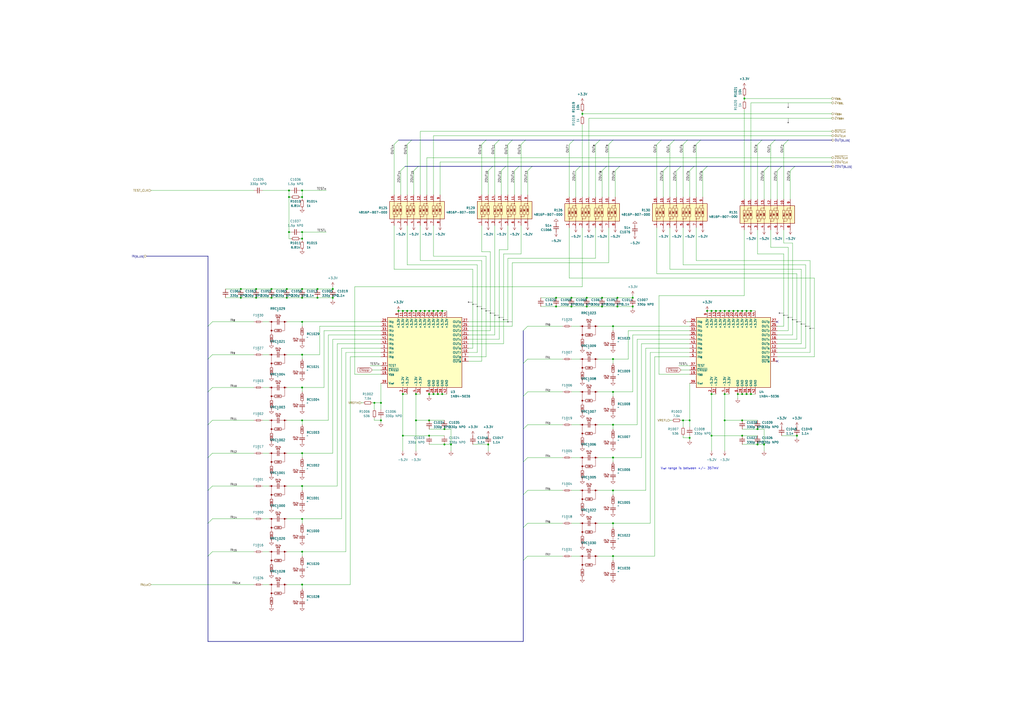
<source format=kicad_sch>
(kicad_sch (version 20231120) (generator "eeschema") (generator_version "8.0")
  (paper "A2")
  (junction (at 355.6 208.28))
  (junction (at 422.91 180.34))
  (junction (at 257.81 248.92))
  (junction (at 439.42 248.92))
  (junction (at 322.58 172.72))
  (junction (at 427.99 180.34))
  (junction (at 157.48 167.64))
  (junction (at 430.53 243.84))
  (junction (at 427.99 228.6))
  (junction (at 175.26 167.64))
  (junction (at 420.37 180.34))
  (junction (at 175.26 138.43))
  (junction (at 148.59 172.72))
  (junction (at 220.98 243.84))
  (junction (at 358.14 177.8))
  (junction (at 175.26 114.3))
  (junction (at 231.14 180.34))
  (junction (at 355.6 227.33))
  (junction (at 251.46 228.6))
  (junction (at 175.26 262.89))
  (junction (at 175.26 243.84))
  (junction (at 415.29 180.34))
  (junction (at 139.7 167.64))
  (junction (at 425.45 180.34))
  (junction (at 248.92 228.6))
  (junction (at 439.42 257.81))
  (junction (at 340.36 172.72))
  (junction (at 412.75 180.34))
  (junction (at 462.28 252.73))
  (junction (at 256.54 228.6))
  (junction (at 433.07 228.6))
  (junction (at 435.61 228.6))
  (junction (at 254 228.6))
  (junction (at 193.04 167.64))
  (junction (at 355.6 189.23))
  (junction (at 367.03 177.8))
  (junction (at 355.6 322.58))
  (junction (at 167.64 134.62))
  (junction (at 167.64 110.49))
  (junction (at 355.6 303.53))
  (junction (at 367.03 172.72))
  (junction (at 166.37 167.64))
  (junction (at 175.26 300.99))
  (junction (at 420.37 243.84))
  (junction (at 193.04 172.72))
  (junction (at 241.3 228.6))
  (junction (at 184.15 167.64))
  (junction (at 175.26 281.94))
  (junction (at 417.83 180.34))
  (junction (at 184.15 172.72))
  (junction (at 412.75 252.73))
  (junction (at 167.64 114.3))
  (junction (at 175.26 205.74))
  (junction (at 220.98 233.68))
  (junction (at 355.6 246.38))
  (junction (at 233.68 228.6))
  (junction (at 139.7 172.72))
  (junction (at 430.53 252.73))
  (junction (at 430.53 180.34))
  (junction (at 148.59 167.64))
  (junction (at 166.37 172.72))
  (junction (at 400.05 254))
  (junction (at 340.36 177.8))
  (junction (at 443.23 257.81))
  (junction (at 331.47 177.8))
  (junction (at 236.22 180.34))
  (junction (at 175.26 110.49))
  (junction (at 261.62 257.81))
  (junction (at 233.68 252.73))
  (junction (at 322.58 177.8))
  (junction (at 337.82 66.04))
  (junction (at 246.38 180.34))
  (junction (at 430.53 228.6))
  (junction (at 175.26 224.79))
  (junction (at 431.8 57.15))
  (junction (at 355.6 265.43))
  (junction (at 400.05 243.84))
  (junction (at 243.84 180.34))
  (junction (at 175.26 172.72))
  (junction (at 358.14 172.72))
  (junction (at 254 180.34))
  (junction (at 331.47 172.72))
  (junction (at 435.61 180.34))
  (junction (at 283.21 257.81))
  (junction (at 256.54 180.34))
  (junction (at 410.21 180.34))
  (junction (at 157.48 172.72))
  (junction (at 349.25 172.72))
  (junction (at 233.68 180.34))
  (junction (at 241.3 243.84))
  (junction (at 238.76 180.34))
  (junction (at 257.81 257.81))
  (junction (at 433.07 180.34))
  (junction (at 175.26 339.09))
  (junction (at 241.3 180.34))
  (junction (at 175.26 186.69))
  (junction (at 251.46 180.34))
  (junction (at 396.24 243.84))
  (junction (at 175.26 134.62))
  (junction (at 412.75 228.6))
  (junction (at 248.92 180.34))
  (junction (at 217.17 233.68))
  (junction (at 420.37 228.6))
  (junction (at 349.25 177.8))
  (junction (at 355.6 284.48))
  (junction (at 248.92 243.84))
  (junction (at 248.92 252.73))
  (junction (at 175.26 320.04))
  (no_connect (at 450.85 209.55))
  (no_connect (at 450.85 186.69))
  (bus_entry (at 293.37 96.52) (size -2.54 2.54))
  (bus_entry (at 120.65 322.58) (size 2.54 -2.54))
  (bus_entry (at 387.35 96.52) (size -2.54 2.54))
  (bus_entry (at 231.14 81.28) (size -2.54 2.54))
  (bus_entry (at 336.55 96.52) (size -2.54 2.54))
  (bus_entry (at 234.95 96.52) (size -2.54 2.54))
  (bus_entry (at 453.39 96.52) (size -2.54 2.54))
  (bus_entry (at 289.56 81.28) (size -2.54 2.54))
  (bus_entry (at 303.53 248.92) (size 2.54 -2.54))
  (bus_entry (at 406.4 81.28) (size -2.54 2.54))
  (bus_entry (at 303.53 210.82) (size 2.54 -2.54))
  (bus_entry (at 303.53 325.12) (size 2.54 -2.54))
  (bus_entry (at 303.53 267.97) (size 2.54 -2.54))
  (bus_entry (at 347.98 81.28) (size -2.54 2.54))
  (bus_entry (at 303.53 191.77) (size 2.54 -2.54))
  (bus_entry (at 308.61 96.52) (size -2.54 2.54))
  (bus_entry (at 410.21 96.52) (size -2.54 2.54))
  (bus_entry (at 394.97 96.52) (size -2.54 2.54))
  (bus_entry (at 402.59 96.52) (size -2.54 2.54))
  (bus_entry (at 300.99 96.52) (size -2.54 2.54))
  (bus_entry (at 359.41 96.52) (size -2.54 2.54))
  (bus_entry (at 242.57 96.52) (size -2.54 2.54))
  (bus_entry (at 281.94 81.28) (size -2.54 2.54))
  (bus_entry (at 304.8 81.28) (size -2.54 2.54))
  (bus_entry (at 303.53 287.02) (size 2.54 -2.54))
  (bus_entry (at 332.74 81.28) (size -2.54 2.54))
  (bus_entry (at 449.58 81.28) (size -2.54 2.54))
  (bus_entry (at 303.53 229.87) (size 2.54 -2.54))
  (bus_entry (at 120.65 284.48) (size 2.54 -2.54))
  (bus_entry (at 461.01 96.52) (size -2.54 2.54))
  (bus_entry (at 120.65 189.23) (size 2.54 -2.54))
  (bus_entry (at 120.65 208.28) (size 2.54 -2.54))
  (bus_entry (at 398.78 81.28) (size -2.54 2.54))
  (bus_entry (at 351.79 96.52) (size -2.54 2.54))
  (bus_entry (at 120.65 265.43) (size 2.54 -2.54))
  (bus_entry (at 285.75 96.52) (size -2.54 2.54))
  (bus_entry (at 355.6 81.28) (size -2.54 2.54))
  (bus_entry (at 120.65 303.53) (size 2.54 -2.54))
  (bus_entry (at 441.96 81.28) (size -2.54 2.54))
  (bus_entry (at 120.65 246.38) (size 2.54 -2.54))
  (bus_entry (at 445.77 96.52) (size -2.54 2.54))
  (bus_entry (at 297.18 81.28) (size -2.54 2.54))
  (bus_entry (at 303.53 306.07) (size 2.54 -2.54))
  (bus_entry (at 457.2 81.28) (size -2.54 2.54))
  (bus_entry (at 391.16 81.28) (size -2.54 2.54))
  (bus_entry (at 238.76 81.28) (size -2.54 2.54))
  (bus_entry (at 383.54 81.28) (size -2.54 2.54))
  (bus_entry (at 120.65 227.33) (size 2.54 -2.54))
  (wire (pts (xy 450.85 207.01) (xy 472.44 207.01)))
  (wire (pts (xy 157.48 172.72) (xy 166.37 172.72)))
  (wire (pts (xy 220.98 237.49) (xy 220.98 233.68)))
  (wire (pts (xy 168.91 138.43) (xy 167.64 138.43)))
  (wire (pts (xy 87.63 110.49) (xy 147.32 110.49)))
  (wire (pts (xy 175.26 224.79) (xy 187.96 224.79)))
  (bus (pts (xy 303.53 306.07) (xy 303.53 325.12)))
  (wire (pts (xy 331.47 265.43) (xy 336.55 265.43)))
  (wire (pts (xy 345.44 149.86) (xy 294.64 149.86)))
  (wire (pts (xy 330.2 83.82) (xy 330.2 114.3)))
  (wire (pts (xy 283.21 257.81) (xy 283.21 261.62)))
  (wire (pts (xy 166.37 167.64) (xy 175.26 167.64)))
  (wire (pts (xy 254 228.6) (xy 256.54 228.6)))
  (wire (pts (xy 355.6 284.48) (xy 374.65 284.48)))
  (wire (pts (xy 232.41 99.06) (xy 232.41 113.03)))
  (wire (pts (xy 355.6 208.28) (xy 364.49 208.28)))
  (wire (pts (xy 123.19 243.84) (xy 147.32 243.84)))
  (wire (pts (xy 372.11 265.43) (xy 372.11 199.39)))
  (wire (pts (xy 431.8 133.35) (xy 431.8 171.45)))
  (wire (pts (xy 430.53 228.6) (xy 433.07 228.6)))
  (wire (pts (xy 400.05 254) (xy 400.05 255.27)))
  (wire (pts (xy 166.37 339.09) (xy 175.26 339.09)))
  (wire (pts (xy 443.23 257.81) (xy 443.23 248.92)))
  (wire (pts (xy 166.37 186.69) (xy 175.26 186.69)))
  (wire (pts (xy 355.6 189.23) (xy 400.05 189.23)))
  (wire (pts (xy 306.07 246.38) (xy 326.39 246.38)))
  (bus (pts (xy 300.99 96.52) (xy 308.61 96.52)))
  (wire (pts (xy 459.74 140.97) (xy 454.66 140.97)))
  (wire (pts (xy 175.26 208.28) (xy 175.26 205.74)))
  (wire (pts (xy 198.12 201.93) (xy 220.98 201.93)))
  (wire (pts (xy 294.64 144.78) (xy 294.64 130.81)))
  (wire (pts (xy 472.44 161.29) (xy 330.2 161.29)))
  (wire (pts (xy 271.78 204.47) (xy 276.86 204.47)))
  (wire (pts (xy 173.99 134.62) (xy 175.26 134.62)))
  (wire (pts (xy 261.62 257.81) (xy 261.62 261.62)))
  (wire (pts (xy 175.26 110.49) (xy 189.23 110.49)))
  (wire (pts (xy 469.9 204.47) (xy 469.9 151.13)))
  (wire (pts (xy 220.98 243.84) (xy 217.17 243.84)))
  (wire (pts (xy 398.78 186.69) (xy 400.05 186.69)))
  (bus (pts (xy 336.55 96.52) (xy 351.79 96.52)))
  (wire (pts (xy 346.71 189.23) (xy 355.6 189.23)))
  (wire (pts (xy 412.75 252.73) (xy 412.75 261.62)))
  (wire (pts (xy 420.37 180.34) (xy 422.91 180.34)))
  (wire (pts (xy 123.19 262.89) (xy 147.32 262.89)))
  (wire (pts (xy 284.48 191.77) (xy 284.48 146.05)))
  (wire (pts (xy 331.47 177.8) (xy 340.36 177.8)))
  (wire (pts (xy 297.18 152.4) (xy 353.06 152.4)))
  (wire (pts (xy 167.64 110.49) (xy 168.91 110.49)))
  (wire (pts (xy 435.61 180.34) (xy 438.15 180.34)))
  (wire (pts (xy 248.92 228.6) (xy 248.92 229.87)))
  (wire (pts (xy 355.6 325.12) (xy 355.6 322.58)))
  (wire (pts (xy 175.26 114.3) (xy 173.99 114.3)))
  (wire (pts (xy 430.53 252.73) (xy 439.42 252.73)))
  (wire (pts (xy 123.19 224.79) (xy 147.32 224.79)))
  (wire (pts (xy 175.26 172.72) (xy 184.15 172.72)))
  (wire (pts (xy 355.6 322.58) (xy 379.73 322.58)))
  (wire (pts (xy 228.6 83.82) (xy 228.6 113.03)))
  (wire (pts (xy 261.62 257.81) (xy 257.81 257.81)))
  (wire (pts (xy 203.2 339.09) (xy 203.2 207.01)))
  (wire (pts (xy 248.92 248.92) (xy 257.81 248.92)))
  (wire (pts (xy 193.04 172.72) (xy 193.04 173.99)))
  (wire (pts (xy 276.86 204.47) (xy 276.86 153.67)))
  (wire (pts (xy 346.71 284.48) (xy 355.6 284.48)))
  (bus (pts (xy 297.18 81.28) (xy 304.8 81.28)))
  (wire (pts (xy 233.68 228.6) (xy 233.68 252.73)))
  (wire (pts (xy 243.84 180.34) (xy 246.38 180.34)))
  (wire (pts (xy 467.36 153.67) (xy 396.24 153.67)))
  (bus (pts (xy 281.94 81.28) (xy 289.56 81.28)))
  (bus (pts (xy 120.65 208.28) (xy 120.65 227.33)))
  (wire (pts (xy 306.07 322.58) (xy 326.39 322.58)))
  (bus (pts (xy 120.65 148.59) (xy 120.65 189.23)))
  (wire (pts (xy 462.28 196.85) (xy 462.28 158.75)))
  (wire (pts (xy 281.94 207.01) (xy 281.94 148.59)))
  (wire (pts (xy 294.64 83.82) (xy 294.64 113.03)))
  (wire (pts (xy 248.92 252.73) (xy 257.81 252.73)))
  (wire (pts (xy 123.19 300.99) (xy 147.32 300.99)))
  (wire (pts (xy 281.94 148.59) (xy 251.46 148.59)))
  (wire (pts (xy 450.85 199.39) (xy 464.82 199.39)))
  (wire (pts (xy 331.47 227.33) (xy 336.55 227.33)))
  (wire (pts (xy 166.37 300.99) (xy 175.26 300.99)))
  (bus (pts (xy 402.59 96.52) (xy 410.21 96.52)))
  (wire (pts (xy 454.66 83.82) (xy 454.66 115.57)))
  (wire (pts (xy 364.49 208.28) (xy 364.49 191.77)))
  (wire (pts (xy 215.9 214.63) (xy 220.98 214.63)))
  (wire (pts (xy 166.37 281.94) (xy 175.26 281.94)))
  (wire (pts (xy 410.21 180.34) (xy 412.75 180.34)))
  (wire (pts (xy 220.98 204.47) (xy 200.66 204.47)))
  (wire (pts (xy 271.78 201.93) (xy 274.32 201.93)))
  (wire (pts (xy 271.78 186.69) (xy 294.64 186.69)))
  (bus (pts (xy 303.53 229.87) (xy 303.53 248.92)))
  (wire (pts (xy 420.37 243.84) (xy 420.37 228.6)))
  (wire (pts (xy 430.53 243.84) (xy 439.42 243.84)))
  (wire (pts (xy 279.4 146.05) (xy 279.4 130.81)))
  (wire (pts (xy 279.4 151.13) (xy 243.84 151.13)))
  (wire (pts (xy 384.81 99.06) (xy 384.81 114.3)))
  (wire (pts (xy 422.91 180.34) (xy 425.45 180.34)))
  (wire (pts (xy 205.74 217.17) (xy 220.98 217.17)))
  (wire (pts (xy 271.78 199.39) (xy 292.1 199.39)))
  (wire (pts (xy 400.05 222.25) (xy 400.05 243.84)))
  (wire (pts (xy 431.8 57.15) (xy 482.6 57.15)))
  (wire (pts (xy 396.24 83.82) (xy 396.24 114.3)))
  (wire (pts (xy 367.03 177.8) (xy 367.03 179.07)))
  (wire (pts (xy 355.6 246.38) (xy 369.57 246.38)))
  (wire (pts (xy 374.65 201.93) (xy 374.65 284.48)))
  (wire (pts (xy 148.59 172.72) (xy 157.48 172.72)))
  (wire (pts (xy 412.75 228.6) (xy 412.75 252.73)))
  (wire (pts (xy 427.99 231.14) (xy 427.99 228.6)))
  (wire (pts (xy 241.3 243.84) (xy 241.3 261.62)))
  (bus (pts (xy 449.58 81.28) (xy 441.96 81.28)))
  (wire (pts (xy 447.04 143.51) (xy 447.04 133.35)))
  (bus (pts (xy 120.65 322.58) (xy 120.65 372.11)))
  (wire (pts (xy 185.42 205.74) (xy 185.42 189.23)))
  (wire (pts (xy 349.25 177.8) (xy 358.14 177.8)))
  (wire (pts (xy 292.1 199.39) (xy 292.1 147.32)))
  (wire (pts (xy 331.47 303.53) (xy 336.55 303.53)))
  (bus (pts (xy 387.35 96.52) (xy 394.97 96.52)))
  (wire (pts (xy 377.19 204.47) (xy 400.05 204.47)))
  (bus (pts (xy 303.53 210.82) (xy 303.53 229.87)))
  (wire (pts (xy 331.47 189.23) (xy 336.55 189.23)))
  (bus (pts (xy 383.54 81.28) (xy 391.16 81.28)))
  (wire (pts (xy 420.37 228.6) (xy 422.91 228.6)))
  (bus (pts (xy 289.56 81.28) (xy 297.18 81.28)))
  (wire (pts (xy 220.98 222.25) (xy 220.98 233.68)))
  (wire (pts (xy 152.4 224.79) (xy 156.21 224.79)))
  (wire (pts (xy 407.67 99.06) (xy 407.67 114.3)))
  (wire (pts (xy 454.66 147.32) (xy 439.42 147.32)))
  (wire (pts (xy 203.2 207.01) (xy 220.98 207.01)))
  (wire (pts (xy 175.26 281.94) (xy 195.58 281.94)))
  (wire (pts (xy 279.4 209.55) (xy 279.4 151.13)))
  (wire (pts (xy 152.4 262.89) (xy 156.21 262.89)))
  (wire (pts (xy 166.37 224.79) (xy 175.26 224.79)))
  (wire (pts (xy 166.37 262.89) (xy 175.26 262.89)))
  (wire (pts (xy 261.62 248.92) (xy 257.81 248.92)))
  (wire (pts (xy 355.6 191.77) (xy 355.6 189.23)))
  (wire (pts (xy 166.37 205.74) (xy 175.26 205.74)))
  (wire (pts (xy 322.58 172.72) (xy 331.47 172.72)))
  (bus (pts (xy 308.61 96.52) (xy 336.55 96.52)))
  (wire (pts (xy 377.19 303.53) (xy 377.19 204.47)))
  (wire (pts (xy 236.22 83.82) (xy 236.22 113.03)))
  (wire (pts (xy 274.32 156.21) (xy 228.6 156.21)))
  (wire (pts (xy 175.26 114.3) (xy 175.26 115.57)))
  (wire (pts (xy 175.26 138.43) (xy 175.26 134.62)))
  (wire (pts (xy 302.26 147.32) (xy 302.26 130.81)))
  (wire (pts (xy 425.45 180.34) (xy 427.99 180.34)))
  (wire (pts (xy 447.04 83.82) (xy 447.04 115.57)))
  (bus (pts (xy 332.74 81.28) (xy 347.98 81.28)))
  (wire (pts (xy 435.61 59.69) (xy 482.6 59.69)))
  (wire (pts (xy 152.4 320.04) (xy 156.21 320.04)))
  (bus (pts (xy 410.21 96.52) (xy 445.77 96.52)))
  (wire (pts (xy 372.11 199.39) (xy 400.05 199.39)))
  (wire (pts (xy 346.71 303.53) (xy 355.6 303.53)))
  (wire (pts (xy 152.4 243.84) (xy 156.21 243.84)))
  (wire (pts (xy 358.14 172.72) (xy 367.03 172.72)))
  (wire (pts (xy 297.18 189.23) (xy 297.18 152.4)))
  (wire (pts (xy 394.97 214.63) (xy 400.05 214.63)))
  (wire (pts (xy 469.9 151.13) (xy 403.86 151.13)))
  (wire (pts (xy 337.82 132.08) (xy 337.82 166.37)))
  (wire (pts (xy 195.58 199.39) (xy 195.58 281.94)))
  (wire (pts (xy 353.06 152.4) (xy 353.06 132.08)))
  (wire (pts (xy 355.6 287.02) (xy 355.6 284.48)))
  (wire (pts (xy 175.26 300.99) (xy 198.12 300.99)))
  (wire (pts (xy 415.29 180.34) (xy 417.83 180.34)))
  (wire (pts (xy 331.47 246.38) (xy 336.55 246.38)))
  (bus (pts (xy 391.16 81.28) (xy 398.78 81.28)))
  (wire (pts (xy 459.74 194.31) (xy 459.74 140.97)))
  (wire (pts (xy 298.45 99.06) (xy 298.45 113.03)))
  (wire (pts (xy 175.26 303.53) (xy 175.26 300.99)))
  (wire (pts (xy 167.64 138.43) (xy 167.64 134.62)))
  (wire (pts (xy 217.17 233.68) (xy 217.17 237.49)))
  (wire (pts (xy 241.3 228.6) (xy 241.3 243.84)))
  (bus (pts (xy 304.8 81.28) (xy 332.74 81.28)))
  (wire (pts (xy 450.85 191.77) (xy 457.2 191.77)))
  (wire (pts (xy 243.84 113.03) (xy 243.84 76.2)))
  (wire (pts (xy 175.26 265.43) (xy 175.26 262.89)))
  (wire (pts (xy 331.47 208.28) (xy 336.55 208.28)))
  (wire (pts (xy 330.2 161.29) (xy 330.2 132.08)))
  (bus (pts (xy 231.14 81.28) (xy 238.76 81.28)))
  (wire (pts (xy 381 83.82) (xy 381 114.3)))
  (wire (pts (xy 175.26 110.49) (xy 175.26 114.3)))
  (bus (pts (xy 347.98 81.28) (xy 355.6 81.28)))
  (wire (pts (xy 431.8 63.5) (xy 431.8 115.57)))
  (wire (pts (xy 457.2 143.51) (xy 447.04 143.51)))
  (wire (pts (xy 220.98 191.77) (xy 187.96 191.77)))
  (wire (pts (xy 337.82 72.39) (xy 337.82 114.3)))
  (wire (pts (xy 175.26 262.89) (xy 193.04 262.89)))
  (wire (pts (xy 400.05 252.73) (xy 400.05 254)))
  (wire (pts (xy 166.37 172.72) (xy 175.26 172.72)))
  (wire (pts (xy 400.05 207.01) (xy 379.73 207.01)))
  (wire (pts (xy 251.46 228.6) (xy 254 228.6)))
  (wire (pts (xy 200.66 204.47) (xy 200.66 320.04)))
  (wire (pts (xy 400.05 254) (xy 396.24 254)))
  (wire (pts (xy 175.26 186.69) (xy 220.98 186.69)))
  (wire (pts (xy 289.56 144.78) (xy 289.56 196.85)))
  (wire (pts (xy 187.96 191.77) (xy 187.96 224.79)))
  (wire (pts (xy 290.83 99.06) (xy 290.83 113.03)))
  (wire (pts (xy 193.04 196.85) (xy 193.04 262.89)))
  (wire (pts (xy 331.47 284.48) (xy 336.55 284.48)))
  (wire (pts (xy 306.07 189.23) (xy 326.39 189.23)))
  (wire (pts (xy 248.92 257.81) (xy 257.81 257.81)))
  (bus (pts (xy 457.2 81.28) (xy 449.58 81.28)))
  (wire (pts (xy 356.87 99.06) (xy 356.87 114.3)))
  (wire (pts (xy 271.78 207.01) (xy 281.94 207.01)))
  (bus (pts (xy 453.39 96.52) (xy 445.77 96.52)))
  (wire (pts (xy 367.03 171.45) (xy 367.03 172.72)))
  (wire (pts (xy 205.74 166.37) (xy 337.82 166.37)))
  (wire (pts (xy 450.85 99.06) (xy 450.85 115.57)))
  (wire (pts (xy 367.03 194.31) (xy 400.05 194.31)))
  (bus (pts (xy 120.65 246.38) (xy 120.65 265.43)))
  (bus (pts (xy 398.78 81.28) (xy 406.4 81.28)))
  (wire (pts (xy 220.98 194.31) (xy 190.5 194.31)))
  (wire (pts (xy 302.26 83.82) (xy 302.26 113.03)))
  (wire (pts (xy 261.62 257.81) (xy 261.62 248.92)))
  (wire (pts (xy 355.6 248.92) (xy 355.6 246.38)))
  (wire (pts (xy 355.6 265.43) (xy 372.11 265.43)))
  (wire (pts (xy 233.68 252.73) (xy 233.68 261.62)))
  (wire (pts (xy 430.53 180.34) (xy 433.07 180.34)))
  (wire (pts (xy 369.57 196.85) (xy 400.05 196.85)))
  (bus (pts (xy 482.6 96.52) (xy 461.01 96.52)))
  (wire (pts (xy 256.54 228.6) (xy 259.08 228.6)))
  (wire (pts (xy 420.37 243.84) (xy 430.53 243.84)))
  (bus (pts (xy 461.01 96.52) (xy 453.39 96.52)))
  (bus (pts (xy 303.53 325.12) (xy 303.53 372.11)))
  (bus (pts (xy 285.75 96.52) (xy 293.37 96.52)))
  (wire (pts (xy 450.85 194.31) (xy 459.74 194.31)))
  (wire (pts (xy 271.78 196.85) (xy 289.56 196.85)))
  (wire (pts (xy 255.27 93.98) (xy 255.27 113.03)))
  (wire (pts (xy 175.26 138.43) (xy 175.26 139.7)))
  (wire (pts (xy 238.76 180.34) (xy 241.3 180.34)))
  (wire (pts (xy 220.98 242.57) (xy 220.98 243.84)))
  (wire (pts (xy 123.19 281.94) (xy 147.32 281.94)))
  (wire (pts (xy 148.59 167.64) (xy 157.48 167.64)))
  (wire (pts (xy 175.26 341.63) (xy 175.26 339.09)))
  (wire (pts (xy 388.62 156.21) (xy 388.62 132.08)))
  (wire (pts (xy 292.1 147.32) (xy 302.26 147.32)))
  (wire (pts (xy 284.48 146.05) (xy 279.4 146.05)))
  (wire (pts (xy 337.82 66.04) (xy 337.82 67.31)))
  (wire (pts (xy 349.25 172.72) (xy 358.14 172.72)))
  (wire (pts (xy 306.07 303.53) (xy 326.39 303.53)))
  (wire (pts (xy 157.48 167.64) (xy 166.37 167.64)))
  (wire (pts (xy 313.69 172.72) (xy 322.58 172.72)))
  (wire (pts (xy 123.19 320.04) (xy 147.32 320.04)))
  (wire (pts (xy 396.24 153.67) (xy 396.24 132.08)))
  (wire (pts (xy 306.07 99.06) (xy 306.07 113.03)))
  (wire (pts (xy 420.37 243.84) (xy 420.37 261.62)))
  (wire (pts (xy 271.78 194.31) (xy 287.02 194.31)))
  (wire (pts (xy 152.4 186.69) (xy 156.21 186.69)))
  (wire (pts (xy 139.7 172.72) (xy 148.59 172.72)))
  (wire (pts (xy 254 180.34) (xy 256.54 180.34)))
  (wire (pts (xy 443.23 99.06) (xy 443.23 115.57)))
  (wire (pts (xy 331.47 172.72) (xy 340.36 172.72)))
  (wire (pts (xy 217.17 233.68) (xy 220.98 233.68)))
  (wire (pts (xy 393.7 212.09) (xy 400.05 212.09)))
  (wire (pts (xy 431.8 57.15) (xy 431.8 58.42)))
  (wire (pts (xy 346.71 227.33) (xy 355.6 227.33)))
  (wire (pts (xy 346.71 322.58) (xy 355.6 322.58)))
  (wire (pts (xy 443.23 257.81) (xy 443.23 261.62)))
  (wire (pts (xy 130.81 167.64) (xy 139.7 167.64)))
  (wire (pts (xy 306.07 227.33) (xy 326.39 227.33)))
  (wire (pts (xy 427.99 228.6) (xy 430.53 228.6)))
  (wire (pts (xy 454.66 140.97) (xy 454.66 133.35)))
  (bus (pts (xy 85.09 148.59) (xy 120.65 148.59)))
  (bus (pts (xy 120.65 227.33) (xy 120.65 246.38)))
  (bus (pts (xy 242.57 96.52) (xy 285.75 96.52)))
  (bus (pts (xy 303.53 287.02) (xy 303.53 306.07)))
  (wire (pts (xy 364.49 191.77) (xy 400.05 191.77)))
  (wire (pts (xy 287.02 130.81) (xy 287.02 194.31)))
  (wire (pts (xy 152.4 281.94) (xy 156.21 281.94)))
  (wire (pts (xy 287.02 83.82) (xy 287.02 113.03)))
  (wire (pts (xy 346.71 265.43) (xy 355.6 265.43)))
  (wire (pts (xy 205.74 166.37) (xy 205.74 217.17)))
  (wire (pts (xy 243.84 76.2) (xy 482.6 76.2)))
  (wire (pts (xy 175.26 320.04) (xy 200.66 320.04)))
  (bus (pts (xy 120.65 303.53) (xy 120.65 322.58)))
  (wire (pts (xy 458.47 99.06) (xy 458.47 115.57)))
  (wire (pts (xy 443.23 257.81) (xy 439.42 257.81)))
  (wire (pts (xy 274.32 257.81) (xy 283.21 257.81)))
  (wire (pts (xy 236.22 153.67) (xy 236.22 130.81)))
  (wire (pts (xy 152.4 339.09) (xy 156.21 339.09)))
  (bus (pts (xy 406.4 81.28) (xy 441.96 81.28)))
  (wire (pts (xy 431.8 55.88) (xy 431.8 57.15)))
  (wire (pts (xy 396.24 243.84) (xy 396.24 247.65)))
  (wire (pts (xy 241.3 228.6) (xy 243.84 228.6)))
  (wire (pts (xy 417.83 180.34) (xy 420.37 180.34)))
  (wire (pts (xy 334.01 99.06) (xy 334.01 114.3)))
  (bus (pts (xy 303.53 191.77) (xy 303.53 210.82)))
  (wire (pts (xy 382.27 217.17) (xy 400.05 217.17)))
  (wire (pts (xy 457.2 191.77) (xy 457.2 143.51)))
  (wire (pts (xy 453.39 252.73) (xy 462.28 252.73)))
  (wire (pts (xy 353.06 83.82) (xy 353.06 114.3)))
  (wire (pts (xy 403.86 151.13) (xy 403.86 132.08)))
  (bus (pts (xy 120.65 284.48) (xy 120.65 303.53)))
  (wire (pts (xy 430.53 248.92) (xy 439.42 248.92)))
  (wire (pts (xy 228.6 156.21) (xy 228.6 130.81)))
  (bus (pts (xy 351.79 96.52) (xy 359.41 96.52)))
  (wire (pts (xy 454.66 189.23) (xy 454.66 147.32)))
  (wire (pts (xy 331.47 322.58) (xy 336.55 322.58)))
  (bus (pts (xy 120.65 265.43) (xy 120.65 284.48)))
  (wire (pts (xy 271.78 189.23) (xy 297.18 189.23)))
  (wire (pts (xy 349.25 99.06) (xy 349.25 114.3)))
  (wire (pts (xy 439.42 83.82) (xy 439.42 115.57)))
  (wire (pts (xy 464.82 156.21) (xy 388.62 156.21)))
  (wire (pts (xy 233.68 180.34) (xy 236.22 180.34)))
  (wire (pts (xy 400.05 99.06) (xy 400.05 114.3)))
  (wire (pts (xy 322.58 177.8) (xy 331.47 177.8)))
  (wire (pts (xy 173.99 138.43) (xy 175.26 138.43)))
  (bus (pts (xy 293.37 96.52) (xy 300.99 96.52)))
  (wire (pts (xy 367.03 227.33) (xy 367.03 194.31)))
  (wire (pts (xy 279.4 83.82) (xy 279.4 113.03)))
  (wire (pts (xy 400.05 201.93) (xy 374.65 201.93)))
  (wire (pts (xy 87.63 339.09) (xy 147.32 339.09)))
  (wire (pts (xy 152.4 110.49) (xy 167.64 110.49)))
  (wire (pts (xy 215.9 233.68) (xy 217.17 233.68)))
  (wire (pts (xy 175.26 322.58) (xy 175.26 320.04)))
  (wire (pts (xy 283.21 99.06) (xy 283.21 113.03)))
  (wire (pts (xy 439.42 147.32) (xy 439.42 133.35)))
  (wire (pts (xy 233.68 252.73) (xy 248.92 252.73)))
  (wire (pts (xy 462.28 158.75) (xy 381 158.75)))
  (wire (pts (xy 427.99 180.34) (xy 430.53 180.34)))
  (wire (pts (xy 382.27 171.45) (xy 382.27 217.17)))
  (wire (pts (xy 246.38 180.34) (xy 248.92 180.34)))
  (wire (pts (xy 233.68 228.6) (xy 236.22 228.6)))
  (wire (pts (xy 345.44 132.08) (xy 345.44 149.86)))
  (wire (pts (xy 241.3 243.84) (xy 248.92 243.84)))
  (wire (pts (xy 388.62 83.82) (xy 388.62 114.3)))
  (wire (pts (xy 175.26 243.84) (xy 190.5 243.84)))
  (wire (pts (xy 248.92 228.6) (xy 251.46 228.6)))
  (wire (pts (xy 209.55 233.68) (xy 210.82 233.68)))
  (bus (pts (xy 120.65 189.23) (xy 120.65 208.28)))
  (wire (pts (xy 433.07 228.6) (xy 435.61 228.6)))
  (wire (pts (xy 412.75 228.6) (xy 415.29 228.6)))
  (wire (pts (xy 431.8 171.45) (xy 382.27 171.45)))
  (wire (pts (xy 190.5 194.31) (xy 190.5 243.84)))
  (wire (pts (xy 167.64 114.3) (xy 168.91 114.3)))
  (wire (pts (xy 430.53 257.81) (xy 439.42 257.81)))
  (bus (pts (xy 303.53 248.92) (xy 303.53 267.97)))
  (wire (pts (xy 450.85 196.85) (xy 462.28 196.85)))
  (wire (pts (xy 167.64 134.62) (xy 168.91 134.62)))
  (wire (pts (xy 175.26 339.09) (xy 203.2 339.09)))
  (wire (pts (xy 167.64 114.3) (xy 167.64 134.62)))
  (wire (pts (xy 175.26 227.33) (xy 175.26 224.79)))
  (wire (pts (xy 198.12 201.93) (xy 198.12 300.99)))
  (wire (pts (xy 175.26 246.38) (xy 175.26 243.84)))
  (wire (pts (xy 450.85 204.47) (xy 469.9 204.47)))
  (wire (pts (xy 313.69 177.8) (xy 322.58 177.8)))
  (wire (pts (xy 345.44 83.82) (xy 345.44 114.3)))
  (wire (pts (xy 435.61 115.57) (xy 435.61 59.69)))
  (wire (pts (xy 185.42 189.23) (xy 220.98 189.23)))
  (wire (pts (xy 394.97 243.84) (xy 396.24 243.84)))
  (wire (pts (xy 346.71 246.38) (xy 355.6 246.38)))
  (wire (pts (xy 462.28 252.73) (xy 462.28 254)))
  (wire (pts (xy 381 158.75) (xy 381 132.08)))
  (wire (pts (xy 337.82 66.04) (xy 482.6 66.04)))
  (wire (pts (xy 464.82 199.39) (xy 464.82 156.21)))
  (wire (pts (xy 256.54 180.34) (xy 259.08 180.34)))
  (bus (pts (xy 482.6 81.28) (xy 457.2 81.28)))
  (wire (pts (xy 396.24 252.73) (xy 396.24 254)))
  (wire (pts (xy 340.36 177.8) (xy 349.25 177.8)))
  (bus (pts (xy 234.95 96.52) (xy 242.57 96.52)))
  (wire (pts (xy 341.63 114.3) (xy 341.63 68.58)))
  (wire (pts (xy 403.86 83.82) (xy 403.86 114.3)))
  (wire (pts (xy 443.23 248.92) (xy 439.42 248.92)))
  (wire (pts (xy 306.07 284.48) (xy 326.39 284.48)))
  (wire (pts (xy 346.71 208.28) (xy 355.6 208.28)))
  (wire (pts (xy 175.26 284.48) (xy 175.26 281.94)))
  (bus (pts (xy 238.76 81.28) (xy 281.94 81.28)))
  (wire (pts (xy 400.05 247.65) (xy 400.05 243.84)))
  (wire (pts (xy 369.57 246.38) (xy 369.57 196.85)))
  (wire (pts (xy 271.78 191.77) (xy 284.48 191.77)))
  (wire (pts (xy 433.07 180.34) (xy 435.61 180.34)))
  (bus (pts (xy 359.41 96.52) (xy 387.35 96.52)))
  (wire (pts (xy 123.19 186.69) (xy 147.32 186.69)))
  (wire (pts (xy 396.24 243.84) (xy 400.05 243.84)))
  (wire (pts (xy 175.26 134.62) (xy 189.23 134.62)))
  (wire (pts (xy 392.43 99.06) (xy 392.43 114.3)))
  (wire (pts (xy 450.85 201.93) (xy 467.36 201.93)))
  (wire (pts (xy 175.26 167.64) (xy 184.15 167.64)))
  (wire (pts (xy 220.98 199.39) (xy 195.58 199.39)))
  (wire (pts (xy 341.63 68.58) (xy 482.6 68.58)))
  (wire (pts (xy 251.46 78.74) (xy 251.46 113.03)))
  (wire (pts (xy 251.46 148.59) (xy 251.46 130.81)))
  (wire (pts (xy 294.64 149.86) (xy 294.64 186.69)))
  (wire (pts (xy 231.14 180.34) (xy 233.68 180.34)))
  (wire (pts (xy 412.75 180.34) (xy 415.29 180.34)))
  (wire (pts (xy 166.37 243.84) (xy 175.26 243.84)))
  (bus (pts (xy 120.65 372.11) (xy 303.53 372.11)))
  (wire (pts (xy 130.81 172.72) (xy 139.7 172.72)))
  (wire (pts (xy 306.07 265.43) (xy 326.39 265.43)))
  (wire (pts (xy 355.6 229.87) (xy 355.6 227.33)))
  (wire (pts (xy 166.37 320.04) (xy 175.26 320.04)))
  (wire (pts (xy 251.46 78.74) (xy 482.6 78.74)))
  (wire (pts (xy 248.92 243.84) (xy 257.81 243.84)))
  (wire (pts (xy 241.3 180.34) (xy 243.84 180.34)))
  (wire (pts (xy 450.85 189.23) (xy 454.66 189.23)))
  (bus (pts (xy 355.6 81.28) (xy 383.54 81.28)))
  (wire (pts (xy 247.65 91.44) (xy 247.65 113.03)))
  (wire (pts (xy 388.62 243.84) (xy 389.89 243.84)))
  (wire (pts (xy 274.32 201.93) (xy 274.32 156.21)))
  (wire (pts (xy 184.15 172.72) (xy 193.04 172.72)))
  (wire (pts (xy 152.4 300.99) (xy 156.21 300.99)))
  (wire (pts (xy 306.07 208.28) (xy 326.39 208.28)))
  (wire (pts (xy 271.78 209.55) (xy 279.4 209.55)))
  (wire (pts (xy 240.03 99.06) (xy 240.03 113.03)))
  (wire (pts (xy 355.6 210.82) (xy 355.6 208.28)))
  (wire (pts (xy 340.36 172.72) (xy 349.25 172.72)))
  (wire (pts (xy 175.26 189.23) (xy 175.26 186.69)))
  (bus (pts (xy 303.53 267.97) (xy 303.53 287.02)))
  (wire (pts (xy 355.6 306.07) (xy 355.6 303.53)))
  (wire (pts (xy 214.63 212.09) (xy 220.98 212.09)))
  (wire (pts (xy 379.73 207.01) (xy 379.73 322.58)))
  (wire (pts (xy 467.36 201.93) (xy 467.36 153.67)))
  (wire (pts (xy 193.04 166.37) (xy 193.04 167.64)))
  (wire (pts (xy 247.65 91.44) (xy 482.6 91.44)))
  (wire (pts (xy 236.22 180.34) (xy 238.76 180.34)))
  (wire (pts (xy 358.14 177.8) (xy 367.03 177.8)))
  (wire (pts (xy 193.04 196.85) (xy 220.98 196.85)))
  (bus (pts (xy 394.97 96.52) (xy 402.59 96.52)))
  (wire (pts (xy 472.44 207.01) (xy 472.44 161.29)))
  (wire (pts (xy 152.4 205.74) (xy 156.21 205.74)))
  (wire (pts (xy 412.75 252.73) (xy 430.53 252.73)))
  (wire (pts (xy 184.15 167.64) (xy 193.04 167.64)))
  (wire (pts (xy 175.26 110.49) (xy 173.99 110.49)))
  (wire (pts (xy 139.7 167.64) (xy 148.59 167.64)))
  (wire (pts (xy 175.26 205.74) (xy 185.42 205.74)))
  (wire (pts (xy 217.17 242.57) (xy 217.17 243.84)))
  (wire (pts (xy 220.98 243.84) (xy 220.98 245.11)))
  (wire (pts (xy 248.92 180.34) (xy 251.46 180.34)))
  (wire (pts (xy 243.84 151.13) (xy 243.84 130.81)))
  (wire (pts (xy 276.86 153.67) (xy 236.22 153.67)))
  (wire (pts (xy 355.6 227.33) (xy 367.03 227.33)))
  (wire (pts (xy 355.6 303.53) (xy 377.19 303.53)))
  (wire (pts (xy 123.19 205.74) (xy 147.32 205.74)))
  (wire (pts (xy 435.61 228.6) (xy 438.15 228.6)))
  (wire (pts (xy 294.64 144.78) (xy 289.56 144.78)))
  (wire (pts (xy 167.64 110.49) (xy 167.64 114.3)))
  (wire (pts (xy 255.27 93.98) (xy 482.6 93.98)))
  (wire (pts (xy 251.46 180.34) (xy 254 180.34)))
  (wire (pts (xy 337.82 64.77) (xy 337.82 66.04)))
  (wire (pts (xy 355.6 267.97) (xy 355.6 265.43)))
  (text "V_{ref} range is between +/- 357mV" (at 400.05 271.78 0) (effects (font (size 1.27 1.27))))
  (label "ZOUT_{0}" (at 443.23 99.06 270))
  (label "IN_{5}" (at 316.23 284.48 0))
  (label "ZOUT_{2}" (at 458.47 99.06 270))
  (label "OUT_{14}" (at 228.6 83.82 270))
  (label "ZOUT_{10}" (at 283.21 99.06 270))
  (label "IN_{7}" (at 316.23 322.58 0))
  (label "TEST_{H}" (at 214.63 212.09 0))
  (label "ZOUT_{3}" (at 384.81 99.06 270))
  (label "OUT_{5}" (at 396.24 83.82 270))
  (label "ZOUT_{6}" (at 407.67 99.06 270))
  (label "IN_{6}" (at 316.23 303.53 0))
  (label "ZOUT_{7}" (at 334.01 99.06 270))
  (label "OUT_{13}" (at 302.26 83.82 270))
  (label "IN_{12}" (at 133.35 262.89 0))
  (label "IN_{3}" (at 316.23 246.38 0))
  (label "IN_{11}" (at 133.35 243.84 0))
  (label "ZOUT_{13}" (at 306.07 99.06 270))
  (label "OUT_{10}" (at 279.4 83.82 270))
  (label "IN_{CLK}" (at 134.62 339.09 0))
  (label "OUT_{9}" (at 353.06 83.82 270))
  (label "TEST_{L}" (at 393.7 212.09 0))
  (label "IN_{0}" (at 316.23 189.23 0))
  (label "OUT_{0}" (at 439.42 83.82 270))
  (label "ZOUT_{15}" (at 240.03 99.06 270))
  (label "OUT_{3}" (at 381 83.82 270))
  (label "ZOUT_{14}" (at 232.41 99.06 270))
  (label "OUT_{6}" (at 403.86 83.82 270))
  (label "ZOUT_{12}" (at 298.45 99.06 270))
  (label "ZOUT_{5}" (at 400.05 99.06 270))
  (label "OUT_{7}" (at 330.2 83.82 270))
  (label "IN_{15}" (at 133.35 320.04 0))
  (label "OUT_{11}" (at 287.02 83.82 270))
  (label "IN_{4}" (at 316.23 265.43 0))
  (label "ZOUT_{4}" (at 392.43 99.06 270))
  (label "OUT_{1}" (at 447.04 83.82 270))
  (label "IN_{14}" (at 133.35 300.99 0))
  (label "TEST_{H}" (at 189.23 110.49 180))
  (label "IN_{2}" (at 316.23 227.33 0))
  (label "TEST_{L}" (at 189.23 134.62 180))
  (label "OUT_{12}" (at 294.64 83.82 270))
  (label "OUT_{8}" (at 345.44 83.82 270))
  (label "OUT_{15}" (at 236.22 83.82 270))
  (label "ZOUT_{11}" (at 290.83 99.06 270))
  (label "IN_{1}" (at 316.23 208.28 0))
  (label "OUT_{2}" (at 454.66 83.82 270))
  (label "IN_{13}" (at 133.35 281.94 0))
  (label "ZOUT_{8}" (at 349.25 99.06 270))
  (label "IN_{8}" (at 133.35 186.69 0))
  (label "IN_{9}" (at 133.35 205.74 0))
  (label "OUT_{4}" (at 388.62 83.82 270))
  (label "ZOUT_{1}" (at 450.85 99.06 270))
  (label "ZOUT_{9}" (at 356.87 99.06 270))
  (label "IN_{10}" (at 133.35 224.79 0))
  (global_label "~{EN_{TEST}}" (shape input) (at 215.9 214.63 180) (property "Intersheetrefs" "${INTERSHEET_REFS}" (effects (hide yes))))
  (global_label "~{EN_{TEST}}" (shape input) (at 394.97 214.63 180) (property "Intersheetrefs" "${INTERSHEET_REFS}" (effects (hide yes))))
  (hierarchical_label "V_{BB}_{L}" (shape output) (at 482.6 57.15 0))
  (hierarchical_label "~{OUT_{CLK}}" (shape output) (at 482.6 76.2 0))
  (hierarchical_label "VREFH" (shape input) (at 209.55 233.68 180))
  (hierarchical_label "V_{BB}_{H}" (shape output) (at 482.6 66.04 0))
  (hierarchical_label "IN_{[0..15]}" (shape input) (at 85.09 148.59 180))
  (hierarchical_label "IN_{CLK}" (shape input) (at 87.63 339.09 180))
  (hierarchical_label "TEST_CLK" (shape input) (at 87.63 110.49 180))
  (hierarchical_label "ZOUT_{CLK}" (shape output) (at 482.6 93.98 0))
  (hierarchical_label "VREFL" (shape input) (at 388.62 243.84 180))
  (hierarchical_label "OUT_{[0..15]}" (shape output) (at 482.6 81.28 0))
  (hierarchical_label "ZV_{BB}_{H}" (shape output) (at 482.6 68.58 0))
  (hierarchical_label "~{ZOUT_{CLK}}" (shape output) (at 482.6 91.44 0))
  (hierarchical_label "ZOUT_{[0..15]}" (shape output) (at 482.6 96.52 0))
  (hierarchical_label "OUT_{CLK}" (shape output) (at 482.6 78.74 0))
  (hierarchical_label "ZV_{BB}_{L}" (shape output) (at 482.6 59.69 0))
  (netclass_flag "" (length 2.54) (shape dot) (at 294.64 185.42 90) (property "Netclass" "CmpOut" (effects (hide yes))))
  (netclass_flag "" (length 2.54) (shape dot) (at 281.94 179.07 90) (property "Netclass" "CmpOut" (effects (hide yes))))
  (netclass_flag "" (length 2.54) (shape dot) (at 276.86 176.53 90) (property "Netclass" "CmpOut" (effects (hide yes))))
  (netclass_flag "" (length 2.54) (shape dot) (at 462.28 185.42 90) (property "Netclass" "CmpOut" (effects (hide yes))))
  (netclass_flag "" (length 2.54) (shape dot) (at 292.1 184.15 90) (property "Netclass" "CmpOut" (effects (hide yes))))
  (netclass_flag "" (length 2.54) (shape dot) (at 287.02 181.61 90) (property "Netclass" "CmpOut" (effects (hide yes))))
  (netclass_flag "" (length 2.54) (shape dot) (at 469.9 189.23 90) (property "Netclass" "CmpOut" (effects (hide yes))))
  (netclass_flag "" (length 2.54) (shape dot) (at 467.36 187.96 90) (property "Netclass" "CmpOut" (effects (hide yes))))
  (netclass_flag "" (length 2.54) (shape dot) (at 289.56 182.88 90) (property "Netclass" "CmpOut" (effects (hide yes))))
  (netclass_flag "" (length 2.54) (shape dot) (at 297.18 186.69 90) (property "Netclass" "CmpOut" (effects (hide yes))))
  (netclass_flag "" (length 2.54) (shape dot) (at 457.2 182.88 90) (property "Netclass" "CmpOut" (effects (hide yes))))
  (netclass_flag "" (length 2.54) (shape dot) (at 274.32 175.26 90) (property "Netclass" "CmpOut" (effects (hide yes))))
  (netclass_flag "" (length 2.54) (shape dot) (at 454.66 181.61 90) (property "Netclass" "CmpOut" (effects (hide yes))))
  (netclass_flag "" (length 2.54) (shape dot) (at 279.4 177.8 90) (property "Netclass" "CmpOut" (effects (hide yes))))
  (netclass_flag "" (length 2.54) (shape dot) (at 464.82 186.69 90) (property "Netclass" "CmpOut" (effects (hide yes))))
  (netclass_flag "" (length 2.54) (shape dot) (at 459.74 184.15 90) (property "Netclass" "CmpOut" (effects (hide yes))))
  (netclass_flag "" (length 2.54) (shape dot) (at 284.48 180.34 90) (property "Netclass" "CmpOut" (effects (hide yes))))
  (netclass_flag "" (length 2.54) (shape dot) (at 472.44 190.5 90) (property "Netclass" "CmpOut" (effects (hide yes))))
  (netclass_flag "" (length 2.54) (shape dot) (at 457.2 68.58 180) (property "Netclass" "Power" (effects (hide yes))))
  (netclass_flag "" (length 2.54) (shape dot) (at 457.2 59.69 180) (property "Netclass" "Power" (effects (hide yes))))
  (symbol (lib_id "16717a:-3.3V") (at 241.3 261.62 180) (unit 1)
    (property "Reference" "#PWR041" (effects (hide yes)))
    (property "Value" "-3.3V" (at 241.3 266.7 0))
    (property "Description" "Power symbol creates a global label with name \"-3.3V\"" (effects (hide yes)))
    (instances (project "" (path "" (reference "#PWR041") (unit 1)) (path "" (reference "#PWR057") (unit 1))))
  )
  (symbol (lib_id "Device:R_Small") (at 337.82 69.85 180) (unit 1)
    (property "Reference" "R1018" (at 332.74 69.85 90))
    (property "Value" "1k" (at 335.28 69.85 90))
    (property "Footprint" "fp:R0805" (effects (hide yes)))
    (property "Description" "Resistor, small symbol" (effects (hide yes)))
    (instances (project "redux" (path "" (reference "R1018") (unit 1)) (path "" (reference "R1032") (unit 1))))
  )
  (symbol (lib_id "Device:Fuse_Small") (at 328.93 189.23 180) (unit 1)
    (property "Reference" "F1020" (at 328.93 185.42 0))
    (property "Value" "~" (at 328.93 186.69 0))
    (property "Footprint" "fp:F0603" (effects (hide yes)))
    (property "Description" "Fuse, small symbol" (effects (hide yes)))
    (instances (project "redux" (path "" (reference "F1020") (unit 1)) (path "" (reference "F1025") (unit 1))))
  )
  (symbol (lib_id "16717a:4816P-B07-000") (at 292.1 121.92 0) (unit 1)
    (property "Reference" "R129" (at 275.59 120.6499 0) (effects (justify right)))
    (property "Value" "4816P-B07-000" (at 275.59 123.1899 0) (effects (justify right)))
    (property "Footprint" "fp:SOIC-16W_5.3x10.2mm_P1.27mm" (effects (hide yes)))
    (instances (project "redux" (path "" (reference "R129") (unit 1)) (path "" (reference "R132") (unit 1))))
  )
  (symbol (lib_id "Device:Fuse_Small") (at 149.86 320.04 180) (unit 1)
    (property "Reference" "F1016" (at 149.86 316.23 0))
    (property "Value" "~" (at 149.86 317.5 0))
    (property "Footprint" "fp:F0603" (effects (hide yes)))
    (property "Description" "Fuse, small symbol" (effects (hide yes)))
    (instances (project "redux" (path "" (reference "F1016") (unit 1)) (path "" (reference "F1021") (unit 1))))
  )
  (symbol (lib_id "16717a:Input_Filter_2") (at 175.26 290.83 180) (unit 1)
    (property "Reference" "RC1001" (at 177.8 288.9793 0) (effects (justify right)))
    (property "Value" "~" (at 177.8 290.8844 0) (effects (justify right)))
    (property "Footprint" "fp:Input Filter_2" (effects (hide yes)))
    (instances (project "redux" (path "" (reference "RC1001") (unit 1)) (path "" (reference "RC1010") (unit 1))))
  )
  (symbol (lib_id "16717a:GND") (at 175.26 275.59 0) (unit 1)
    (property "Reference" "#PWR085" (effects (hide yes)))
    (property "Value" "GND" (effects (hide yes)))
    (property "Description" "Power symbol creates a global label with name \"GND\" , ground" (effects (hide yes)))
    (instances (project "redux" (path "" (reference "#PWR085") (unit 1)) (path "" (reference "#PWR089") (unit 1))))
  )
  (symbol (lib_id "16717a:-5.2V") (at 334.01 132.08 180) (unit 1)
    (property "Reference" "#PWR0603" (effects (hide yes)))
    (property "Value" "-5.2V" (at 334.01 137.16 0))
    (property "Description" "Power symbol creates a global label with name \"-5.2V\"" (effects (hide yes)))
    (instances (project "redux" (path "" (reference "#PWR0603") (unit 1)) (path "" (reference "#PWR0604") (unit 1))))
  )
  (symbol (lib_id "16717a:GND") (at 337.82 220.98 0) (unit 1)
    (property "Reference" "#PWR060" (effects (hide yes)))
    (property "Value" "GND" (effects (hide yes)))
    (property "Description" "Power symbol creates a global label with name \"GND\" , ground" (effects (hide yes)))
    (instances (project "redux" (path "" (reference "#PWR060") (unit 1)) (path "" (reference "#PWR0119") (unit 1))))
  )
  (symbol (lib_id "16717a:Input_Filter_2") (at 355.6 274.32 180) (unit 1)
    (property "Reference" "RC1006" (at 358.14 272.4693 0) (effects (justify right)))
    (property "Value" "~" (at 358.14 274.3744 0) (effects (justify right)))
    (property "Footprint" "fp:Input Filter_2" (effects (hide yes)))
    (instances (project "redux" (path "" (reference "RC1006") (unit 1)) (path "" (reference "RC1016") (unit 1))))
  )
  (symbol (lib_id "16717a:Input_Filter") (at 161.29 208.28 0) (unit 1)
    (property "Reference" "RRC1021" (at 161.1122 198.12 0))
    (property "Value" "~" (at 161.1122 199.39 0))
    (property "Footprint" "fp:Input Filter" (effects (hide yes)))
    (instances (project "redux" (path "" (reference "RRC1021") (unit 1)) (path "" (reference "RRC1025") (unit 1))))
  )
  (symbol (lib_id "power:+3.3V") (at 453.39 247.65 0) (unit 1)
    (property "Reference" "#PWR0668" (effects (hide yes)))
    (property "Value" "+3.3V" (at 453.39 242.57 0))
    (property "Description" "Power symbol creates a global label with name \"+3.3V\"" (effects (hide yes)))
    (instances (project "redux" (path "" (reference "#PWR0668") (unit 1)) (path "" (reference "#PWR0669") (unit 1))))
  )
  (symbol (lib_id "Device:C_Small") (at 400.05 250.19 0) (unit 1)
    (property "Reference" "C1008" (at 402.59 248.9262 0) (effects (justify left)))
    (property "Value" "330p NP0" (at 402.59 251.4662 0) (effects (justify left)))
    (property "Footprint" "fp:C0805" (effects (hide yes)))
    (property "Description" "Unpolarized capacitor, small symbol" (effects (hide yes)))
    (instances (project "redux" (path "" (reference "C1008") (unit 1)) (path "" (reference "C1012") (unit 1))))
  )
  (symbol (lib_id "16717a:GND") (at 337.82 201.93 0) (unit 1)
    (property "Reference" "#PWR044" (effects (hide yes)))
    (property "Value" "GND" (effects (hide yes)))
    (property "Description" "Power symbol creates a global label with name \"GND\" , ground" (effects (hide yes)))
    (instances (project "redux" (path "" (reference "#PWR044") (unit 1)) (path "" (reference "#PWR0118") (unit 1))))
  )
  (symbol (lib_id "16717a:-5.2V") (at 306.07 130.81 180) (unit 1)
    (property "Reference" "#PWR0601" (effects (hide yes)))
    (property "Value" "-5.2V" (at 306.07 135.89 0))
    (property "Description" "Power symbol creates a global label with name \"-5.2V\"" (effects (hide yes)))
    (instances (project "redux" (path "" (reference "#PWR0601") (unit 1)) (path "" (reference "#PWR0602") (unit 1))))
  )
  (symbol (lib_id "Device:R_Small") (at 337.82 62.23 180) (unit 1)
    (property "Reference" "R1019" (at 332.74 62.23 90))
    (property "Value" "10k" (at 335.28 62.23 90))
    (property "Footprint" "fp:R0805" (effects (hide yes)))
    (property "Description" "Resistor, small symbol" (effects (hide yes)))
    (instances (project "redux" (path "" (reference "R1019") (unit 1)) (path "" (reference "R1034") (unit 1))))
  )
  (symbol (lib_id "16717a:GND") (at 175.26 256.54 0) (unit 1)
    (property "Reference" "#PWR084" (effects (hide yes)))
    (property "Value" "GND" (effects (hide yes)))
    (property "Description" "Power symbol creates a global label with name \"GND\" , ground" (effects (hide yes)))
    (instances (project "redux" (path "" (reference "#PWR084") (unit 1)) (path "" (reference "#PWR088") (unit 1))))
  )
  (symbol (lib_id "Device:C_Small") (at 453.39 250.19 0) (unit 1)
    (property "Reference" "C1048" (at 455.93 248.9262 0) (effects (justify left)))
    (property "Value" "1,1n" (at 455.93 251.4662 0) (effects (justify left)))
    (property "Footprint" "fp:C0805" (effects (hide yes)))
    (property "Description" "Unpolarized capacitor, small symbol" (effects (hide yes)))
    (instances (project "redux" (path "" (reference "C1048") (unit 1)) (path "" (reference "C1053") (unit 1))))
  )
  (symbol (lib_id "16717a:GND") (at 175.26 332.74 0) (unit 1)
    (property "Reference" "#PWR073" (effects (hide yes)))
    (property "Value" "GND" (effects (hide yes)))
    (property "Description" "Power symbol creates a global label with name \"GND\" , ground" (effects (hide yes)))
    (instances (project "redux" (path "" (reference "#PWR073") (unit 1)) (path "" (reference "#PWR075") (unit 1))))
  )
  (symbol (lib_id "16717a:Input_Filter") (at 341.63 325.12 0) (unit 1)
    (property "Reference" "RRC1030" (at 341.4522 314.96 0))
    (property "Value" "~" (at 341.4522 316.23 0))
    (property "Footprint" "fp:Input Filter" (effects (hide yes)))
    (instances (project "redux" (path "" (reference "RRC1030") (unit 1)) (path "" (reference "RRC1033") (unit 1))))
  )
  (symbol (lib_id "16717a:GND") (at 157.48 294.64 0) (unit 1)
    (property "Reference" "#PWR036" (effects (hide yes)))
    (property "Value" "GND" (effects (hide yes)))
    (property "Description" "Power symbol creates a global label with name \"GND\" , ground" (effects (hide yes)))
    (instances (project "redux" (path "" (reference "#PWR036") (unit 1)) (path "" (reference "#PWR078") (unit 1))))
  )
  (symbol (lib_id "16717a:GND") (at 175.26 218.44 0) (unit 1)
    (property "Reference" "#PWR092" (effects (hide yes)))
    (property "Value" "GND" (effects (hide yes)))
    (property "Description" "Power symbol creates a global label with name \"GND\" , ground" (effects (hide yes)))
    (instances (project "redux" (path "" (reference "#PWR092") (unit 1)) (path "" (reference "#PWR096") (unit 1))))
  )
  (symbol (lib_id "Device:C_Small") (at 149.86 110.49 270) (unit 1)
    (property "Reference" "C1025" (at 149.8536 104.14 90))
    (property "Value" "330p NP0" (at 149.8536 106.68 90))
    (property "Footprint" "fp:C0805" (effects (hide yes)))
    (property "Description" "Unpolarized capacitor, small symbol" (effects (hide yes)))
    (instances (project "redux" (path "" (reference "C1025") (unit 1)) (path "" (reference "C1030") (unit 1))))
  )
  (symbol (lib_id "16717a:Input_Filter") (at 341.63 210.82 0) (unit 1)
    (property "Reference" "RRC1009" (at 341.4522 200.66 0))
    (property "Value" "~" (at 341.4522 201.93 0))
    (property "Footprint" "fp:Input Filter" (effects (hide yes)))
    (instances (project "redux" (path "" (reference "RRC1009") (unit 1)) (path "" (reference "RRC1019") (unit 1))))
  )
  (symbol (lib_id "16717a:Input_Filter_2") (at 175.26 214.63 180) (unit 1)
    (property "Reference" "RC1021" (at 177.8 212.7793 0) (effects (justify right)))
    (property "Value" "~" (at 177.8 214.6844 0) (effects (justify right)))
    (property "Footprint" "fp:Input Filter_2" (effects (hide yes)))
    (instances (project "redux" (path "" (reference "RC1021") (unit 1)) (path "" (reference "RC1025") (unit 1))))
  )
  (symbol (lib_id "16717a:-5.2V") (at 298.45 130.81 180) (unit 1)
    (property "Reference" "#PWR0599" (effects (hide yes)))
    (property "Value" "-5.2V" (at 298.45 135.89 0))
    (property "Description" "Power symbol creates a global label with name \"-5.2V\"" (effects (hide yes)))
    (instances (project "redux" (path "" (reference "#PWR0599") (unit 1)) (path "" (reference "#PWR0600") (unit 1))))
  )
  (symbol (lib_id "16717a:4816P-B07-000") (at 342.9 123.19 0) (unit 1)
    (property "Reference" "R126" (at 326.39 121.9199 0) (effects (justify right)))
    (property "Value" "4816P-B07-000" (at 326.39 124.4599 0) (effects (justify right)))
    (property "Footprint" "fp:SOIC-16W_5.3x10.2mm_P1.27mm" (effects (hide yes)))
    (instances (project "redux" (path "" (reference "R126") (unit 1)) (path "" (reference "R128") (unit 1))))
  )
  (symbol (lib_id "16717a:GND") (at 355.6 316.23 0) (unit 1)
    (property "Reference" "#PWR0115" (effects (hide yes)))
    (property "Value" "GND" (effects (hide yes)))
    (property "Description" "Power symbol creates a global label with name \"GND\" , ground" (effects (hide yes)))
    (instances (project "redux" (path "" (reference "#PWR0115") (unit 1)) (path "" (reference "#PWR0133") (unit 1))))
  )
  (symbol (lib_id "Device:C_Small") (at 175.26 170.18 0) (unit 1)
    (property "Reference" "C1013" (at 177.8 168.9162 0) (effects (justify left)))
    (property "Value" "1.1n" (at 177.8 171.4562 0) (effects (justify left)))
    (property "Footprint" "fp:C0805" (effects (hide yes)))
    (property "Description" "Unpolarized capacitor, small symbol" (effects (hide yes)))
    (instances (project "redux" (path "" (reference "C1013") (unit 1)) (path "" (reference "C1015") (unit 1))))
  )
  (symbol (lib_id "Device:R_Small") (at 213.36 233.68 90) (unit 1)
    (property "Reference" "R1002" (at 213.36 228.6 90))
    (property "Value" "7.5k" (at 213.36 231.14 90))
    (property "Footprint" "fp:R0805" (effects (hide yes)))
    (property "Description" "Resistor, small symbol" (effects (hide yes)))
    (instances (project "redux" (path "" (reference "R1002") (unit 1)) (path "" (reference "R1004") (unit 1))))
  )
  (symbol (lib_id "16717a:GND") (at 337.82 335.28 0) (unit 1)
    (property "Reference" "#PWR0107" (effects (hide yes)))
    (property "Value" "GND" (effects (hide yes)))
    (property "Description" "Power symbol creates a global label with name \"GND\" , ground" (effects (hide yes)))
    (instances (project "redux" (path "" (reference "#PWR0107") (unit 1)) (path "" (reference "#PWR0125") (unit 1))))
  )
  (symbol (lib_id "power:+3.3V") (at 431.8 50.8 0) (unit 1)
    (property "Reference" "#PWR0811" (effects (hide yes)))
    (property "Value" "+3.3V" (at 431.8 45.72 0))
    (property "Description" "Power symbol creates a global label with name \"+3.3V\"" (effects (hide yes)))
    (instances (project "redux" (path "" (reference "#PWR0811") (unit 1)) (path "" (reference "#PWR0812") (unit 1))))
  )
  (symbol (lib_id "16717a:4816P-B07-000") (at 393.7 123.19 0) (unit 1)
    (property "Reference" "R130" (at 377.19 121.9199 0) (effects (justify right)))
    (property "Value" "4816P-B07-000" (at 377.19 124.4599 0) (effects (justify right)))
    (property "Footprint" "fp:SOIC-16W_5.3x10.2mm_P1.27mm" (effects (hide yes)))
    (instances (project "redux" (path "" (reference "R130") (unit 1)) (path "" (reference "R133") (unit 1))))
  )
  (symbol (lib_id "Device:C_Small") (at 331.47 175.26 0) (unit 1)
    (property "Reference" "C1068" (at 334.01 173.9962 0) (effects (justify left)))
    (property "Value" "330p NP0" (at 334.01 176.5362 0) (effects (justify left)))
    (property "Footprint" "fp:C0805" (effects (hide yes)))
    (property "Description" "Unpolarized capacitor, small symbol" (effects (hide yes)))
    (instances (project "redux" (path "" (reference "C1068") (unit 1)) (path "" (reference "C1074") (unit 1))))
  )
  (symbol (lib_id "Device:C_Small") (at 184.15 170.18 0) (unit 1)
    (property "Reference" "C1005" (at 186.69 168.9162 0) (effects (justify left)))
    (property "Value" "330p NP0" (at 186.69 171.4562 0) (effects (justify left)))
    (property "Footprint" "fp:C0805" (effects (hide yes)))
    (property "Description" "Unpolarized capacitor, small symbol" (effects (hide yes)))
    (instances (project "redux" (path "" (reference "C1005") (unit 1)) (path "" (reference "C1009") (unit 1))))
  )
  (symbol (lib_id "16717a:GND") (at 337.82 259.08 0) (unit 1)
    (property "Reference" "#PWR0103" (effects (hide yes)))
    (property "Value" "GND" (effects (hide yes)))
    (property "Description" "Power symbol creates a global label with name \"GND\" , ground" (effects (hide yes)))
    (instances (project "redux" (path "" (reference "#PWR0103") (unit 1)) (path "" (reference "#PWR0121") (unit 1))))
  )
  (symbol (lib_id "16717a:Input_Filter") (at 161.29 189.23 0) (unit 1)
    (property "Reference" "RRC1029" (at 161.1122 179.07 0))
    (property "Value" "~" (at 161.1122 180.34 0))
    (property "Footprint" "fp:Input Filter" (effects (hide yes)))
    (instances (project "redux" (path "" (reference "RRC1029") (unit 1)) (path "" (reference "RRC1032") (unit 1))))
  )
  (symbol (lib_id "16717a:-5.2V") (at 290.83 130.81 180) (unit 1)
    (property "Reference" "#PWR0597" (effects (hide yes)))
    (property "Value" "-5.2V" (at 290.83 135.89 0))
    (property "Description" "Power symbol creates a global label with name \"-5.2V\"" (effects (hide yes)))
    (instances (project "redux" (path "" (reference "#PWR0597") (unit 1)) (path "" (reference "#PWR0598") (unit 1))))
  )
  (symbol (lib_id "16717a:GND") (at 175.26 294.64 0) (unit 1)
    (property "Reference" "#PWR076" (effects (hide yes)))
    (property "Value" "GND" (effects (hide yes)))
    (property "Description" "Power symbol creates a global label with name \"GND\" , ground" (effects (hide yes)))
    (instances (project "redux" (path "" (reference "#PWR076") (unit 1)) (path "" (reference "#PWR080") (unit 1))))
  )
  (symbol (lib_id "16717a:Input_Filter") (at 341.63 267.97 0) (unit 1)
    (property "Reference" "RRC1006" (at 341.4522 257.81 0))
    (property "Value" "~" (at 341.4522 259.08 0))
    (property "Footprint" "fp:Input Filter" (effects (hide yes)))
    (instances (project "redux" (path "" (reference "RRC1006") (unit 1)) (path "" (reference "RRC1016") (unit 1))))
  )
  (symbol (lib_id "16717a:1NB4-5036") (at 425.45 201.93 0) (unit 1)
    (property "Reference" "U4" (at 440.3441 227.33 0) (effects (justify left)))
    (property "Value" "1NB4-5036" (at 440.3441 229.87 0) (effects (justify left)))
    (property "Footprint" "fp:LQFP-44_10x10mm_P0.8mm" (effects (hide yes)))
    (instances (project "redux" (path "" (reference "U4") (unit 1)) (path "" (reference "U6") (unit 1))))
  )
  (symbol (lib_id "Device:C_Small") (at 430.53 255.27 0) (unit 1)
    (property "Reference" "C1027" (at 433.07 254.0062 0) (effects (justify left)))
    (property "Value" "330p NP0" (at 433.07 256.5462 0) (effects (justify left)))
    (property "Footprint" "fp:C0805" (effects (hide yes)))
    (property "Description" "Unpolarized capacitor, small symbol" (effects (hide yes)))
    (instances (project "redux" (path "" (reference "C1027") (unit 1)) (path "" (reference "C1032") (unit 1))))
  )
  (symbol (lib_id "16717a:GND") (at 355.6 278.13 0) (unit 1)
    (property "Reference" "#PWR0113" (effects (hide yes)))
    (property "Value" "GND" (effects (hide yes)))
    (property "Description" "Power symbol creates a global label with name \"GND\" , ground" (effects (hide yes)))
    (instances (project "redux" (path "" (reference "#PWR0113") (unit 1)) (path "" (reference "#PWR0131") (unit 1))))
  )
  (symbol (lib_id "16717a:GND") (at 248.92 229.87 0) (unit 1)
    (property "Reference" "#PWR040" (effects (hide yes)))
    (property "Value" "GND" (effects (hide yes)))
    (property "Description" "Power symbol creates a global label with name \"GND\" , ground" (effects (hide yes)))
    (instances (project "redux" (path "" (reference "#PWR040") (unit 1)) (path "" (reference "#PWR056") (unit 1))))
  )
  (symbol (lib_id "16717a:GND") (at 157.48 218.44 0) (unit 1)
    (property "Reference" "#PWR090" (effects (hide yes)))
    (property "Value" "GND" (effects (hide yes)))
    (property "Description" "Power symbol creates a global label with name \"GND\" , ground" (effects (hide yes)))
    (instances (project "redux" (path "" (reference "#PWR090") (unit 1)) (path "" (reference "#PWR094") (unit 1))))
  )
  (symbol (lib_id "16717a:-5.2V") (at 368.3 135.89 180) (unit 1)
    (property "Reference" "#PWR0635" (effects (hide yes)))
    (property "Value" "-5.2V" (at 368.3 140.97 0))
    (property "Description" "Power symbol creates a global label with name \"-5.2V\"" (effects (hide yes)))
    (instances (project "redux" (path "" (reference "#PWR0635") (unit 1)) (path "" (reference "#PWR0636") (unit 1))))
  )
  (symbol (lib_id "16717a:GND") (at 355.6 240.03 0) (unit 1)
    (property "Reference" "#PWR0111" (effects (hide yes)))
    (property "Value" "GND" (effects (hide yes)))
    (property "Description" "Power symbol creates a global label with name \"GND\" , ground" (effects (hide yes)))
    (instances (project "redux" (path "" (reference "#PWR0111") (unit 1)) (path "" (reference "#PWR0129") (unit 1))))
  )
  (symbol (lib_id "16717a:GND") (at 355.6 259.08 0) (unit 1)
    (property "Reference" "#PWR0112" (effects (hide yes)))
    (property "Value" "GND" (effects (hide yes)))
    (property "Description" "Power symbol creates a global label with name \"GND\" , ground" (effects (hide yes)))
    (instances (project "redux" (path "" (reference "#PWR0112") (unit 1)) (path "" (reference "#PWR0130") (unit 1))))
  )
  (symbol (lib_id "16717a:Input_Filter_2") (at 175.26 271.78 180) (unit 1)
    (property "Reference" "RC1002" (at 177.8 269.9293 0) (effects (justify right)))
    (property "Value" "~" (at 177.8 271.8344 0) (effects (justify right)))
    (property "Footprint" "fp:Input Filter_2" (effects (hide yes)))
    (instances (project "redux" (path "" (reference "RC1002") (unit 1)) (path "" (reference "RC1012") (unit 1))))
  )
  (symbol (lib_id "16717a:GND") (at 337.82 278.13 0) (unit 1)
    (property "Reference" "#PWR0104" (effects (hide yes)))
    (property "Value" "GND" (effects (hide yes)))
    (property "Description" "Power symbol creates a global label with name \"GND\" , ground" (effects (hide yes)))
    (instances (project "redux" (path "" (reference "#PWR0104") (unit 1)) (path "" (reference "#PWR0122") (unit 1))))
  )
  (symbol (lib_id "16717a:GND") (at 337.82 240.03 0) (unit 1)
    (property "Reference" "#PWR0102" (effects (hide yes)))
    (property "Value" "GND" (effects (hide yes)))
    (property "Description" "Power symbol creates a global label with name \"GND\" , ground" (effects (hide yes)))
    (instances (project "redux" (path "" (reference "#PWR0102") (unit 1)) (path "" (reference "#PWR0120") (unit 1))))
  )
  (symbol (lib_id "Device:C_Small") (at 248.92 246.38 0) (unit 1)
    (property "Reference" "C1034" (at 251.46 245.1162 0) (effects (justify left)))
    (property "Value" "330p NP0" (at 251.46 247.6562 0) (effects (justify left)))
    (property "Footprint" "fp:C0805" (effects (hide yes)))
    (property "Description" "Unpolarized capacitor, small symbol" (effects (hide yes)))
    (instances (project "redux" (path "" (reference "C1034") (unit 1)) (path "" (reference "C1040") (unit 1))))
  )
  (symbol (lib_id "16717a:Input_Filter_2") (at 355.6 217.17 180) (unit 1)
    (property "Reference" "RC1009" (at 358.14 215.3193 0) (effects (justify right)))
    (property "Value" "~" (at 358.14 217.2244 0) (effects (justify right)))
    (property "Footprint" "fp:Input Filter_2" (effects (hide yes)))
    (instances (project "redux" (path "" (reference "RC1009") (unit 1)) (path "" (reference "RC1019") (unit 1))))
  )
  (symbol (lib_id "Device:Fuse_Small") (at 149.86 300.99 180) (unit 1)
    (property "Reference" "F1000" (at 149.86 297.18 0))
    (property "Value" "~" (at 149.86 298.45 0))
    (property "Footprint" "fp:F0603" (effects (hide yes)))
    (property "Description" "Fuse, small symbol" (effects (hide yes)))
    (instances (project "redux" (path "" (reference "F1000") (unit 1)) (path "" (reference "F1008") (unit 1))))
  )
  (symbol (lib_id "power:+3.3V") (at 367.03 171.45 0) (unit 1)
    (property "Reference" "#PWR0809" (effects (hide yes)))
    (property "Value" "+3.3V" (at 367.03 166.37 0))
    (property "Description" "Power symbol creates a global label with name \"+3.3V\"" (effects (hide yes)))
    (instances (project "redux" (path "" (reference "#PWR0809") (unit 1)) (path "" (reference "#PWR0810") (unit 1))))
  )
  (symbol (lib_id "16717a:-5.2V") (at 435.61 133.35 180) (unit 1)
    (property "Reference" "#PWR0619" (effects (hide yes)))
    (property "Value" "-5.2V" (at 435.61 138.43 0))
    (property "Description" "Power symbol creates a global label with name \"-5.2V\"" (effects (hide yes)))
    (instances (project "redux" (path "" (reference "#PWR0619") (unit 1)) (path "" (reference "#PWR0620") (unit 1))))
  )
  (symbol (lib_id "Device:C_Small") (at 358.14 175.26 0) (unit 1)
    (property "Reference" "C1014" (at 360.68 173.9962 0) (effects (justify left)))
    (property "Value" "1.1n" (at 360.68 176.5362 0) (effects (justify left)))
    (property "Footprint" "fp:C0805" (effects (hide yes)))
    (property "Description" "Unpolarized capacitor, small symbol" (effects (hide yes)))
    (instances (project "redux" (path "" (reference "C1014") (unit 1)) (path "" (reference "C1022") (unit 1))))
  )
  (symbol (lib_id "16717a:Input_Filter_2") (at 175.26 309.88 180) (unit 1)
    (property "Reference" "RC1000" (at 177.8 308.0293 0) (effects (justify right)))
    (property "Value" "~" (at 177.8 309.9344 0) (effects (justify right)))
    (property "Footprint" "fp:Input Filter_2" (effects (hide yes)))
    (instances (project "redux" (path "" (reference "RC1000") (unit 1)) (path "" (reference "RC1011") (unit 1))))
  )
  (symbol (lib_id "16717a:Input_Filter_2") (at 355.6 198.12 180) (unit 1)
    (property "Reference" "RC1023" (at 358.14 196.2693 0) (effects (justify right)))
    (property "Value" "~" (at 358.14 198.1744 0) (effects (justify right)))
    (property "Footprint" "fp:Input Filter_2" (effects (hide yes)))
    (instances (project "redux" (path "" (reference "RC1023") (unit 1)) (path "" (reference "RC1027") (unit 1))))
  )
  (symbol (lib_id "Device:C_Small") (at 367.03 175.26 0) (unit 1)
    (property "Reference" "C1007" (at 369.57 173.9962 0) (effects (justify left)))
    (property "Value" "330p NP0" (at 369.57 176.5362 0) (effects (justify left)))
    (property "Footprint" "fp:C0805" (effects (hide yes)))
    (property "Description" "Unpolarized capacitor, small symbol" (effects (hide yes)))
    (instances (project "redux" (path "" (reference "C1007") (unit 1)) (path "" (reference "C1061") (unit 1))))
  )
  (symbol (lib_id "16717a:GND") (at 427.99 231.14 0) (unit 1)
    (property "Reference" "#PWR049" (effects (hide yes)))
    (property "Value" "GND" (effects (hide yes)))
    (property "Description" "Power symbol creates a global label with name \"GND\" , ground" (effects (hide yes)))
    (instances (project "redux" (path "" (reference "#PWR049") (unit 1)) (path "" (reference "#PWR065") (unit 1))))
  )
  (symbol (lib_id "16717a:4816P-B07-000") (at 444.5 124.46 0) (unit 1)
    (property "Reference" "R131" (at 427.99 123.1899 0) (effects (justify right)))
    (property "Value" "4816P-B07-000" (at 427.99 125.7299 0) (effects (justify right)))
    (property "Footprint" "fp:SOIC-16W_5.3x10.2mm_P1.27mm" (effects (hide yes)))
    (instances (project "redux" (path "" (reference "R131") (unit 1)) (path "" (reference "R134") (unit 1))))
  )
  (symbol (lib_id "16717a:Input_Filter") (at 341.63 191.77 0) (unit 1)
    (property "Reference" "RRC1023" (at 341.4522 181.61 0))
    (property "Value" "~" (at 341.4522 182.88 0))
    (property "Footprint" "fp:Input Filter" (effects (hide yes)))
    (instances (project "redux" (path "" (reference "RRC1023") (unit 1)) (path "" (reference "RRC1027") (unit 1))))
  )
  (symbol (lib_id "Device:Fuse_Small") (at 328.93 265.43 180) (unit 1)
    (property "Reference" "F1005" (at 328.93 261.62 0))
    (property "Value" "~" (at 328.93 262.89 0))
    (property "Footprint" "fp:F0603" (effects (hide yes)))
    (property "Description" "Fuse, small symbol" (effects (hide yes)))
    (instances (project "redux" (path "" (reference "F1005") (unit 1)) (path "" (reference "F1013") (unit 1))))
  )
  (symbol (lib_id "Device:Fuse_Small") (at 149.86 205.74 180) (unit 1)
    (property "Reference" "F1027" (at 149.86 201.93 0))
    (property "Value" "~" (at 149.86 203.2 0))
    (property "Footprint" "fp:F0603" (effects (hide yes)))
    (property "Description" "Fuse, small symbol" (effects (hide yes)))
    (instances (project "redux" (path "" (reference "F1027") (unit 1)) (path "" (reference "F1029") (unit 1))))
  )
  (symbol (lib_id "16717a:-5.2V") (at 341.63 132.08 180) (unit 1)
    (property "Reference" "#PWR0605" (effects (hide yes)))
    (property "Value" "-5.2V" (at 341.63 137.16 0))
    (property "Description" "Power symbol creates a global label with name \"-5.2V\"" (effects (hide yes)))
    (instances (project "redux" (path "" (reference "#PWR0605") (unit 1)) (path "" (reference "#PWR0606") (unit 1))))
  )
  (symbol (lib_id "Device:Fuse_Small") (at 149.86 339.09 180) (unit 1)
    (property "Reference" "F1026" (at 149.86 335.28 0))
    (property "Value" "~" (at 149.86 336.55 0))
    (property "Footprint" "fp:F0603" (effects (hide yes)))
    (property "Description" "Fuse, small symbol" (effects (hide yes)))
    (instances (project "redux" (path "" (reference "F1026") (unit 1)) (path "" (reference "F1028") (unit 1))))
  )
  (symbol (lib_id "16717a:Input_Filter") (at 341.63 287.02 0) (unit 1)
    (property "Reference" "RRC1005" (at 341.4522 276.86 0))
    (property "Value" "~" (at 341.4522 278.13 0))
    (property "Footprint" "fp:Input Filter" (effects (hide yes)))
    (instances (project "redux" (path "" (reference "RRC1005") (unit 1)) (path "" (reference "RRC1015") (unit 1))))
  )
  (symbol (lib_id "16717a:GND") (at 368.3 130.81 180) (unit 1)
    (property "Reference" "#PWR0326" (effects (hide yes)))
    (property "Value" "GND" (effects (hide yes)))
    (property "Description" "Power symbol creates a global label with name \"GND\" , ground" (effects (hide yes)))
    (instances (project "" (path "" (reference "#PWR0326") (unit 1)) (path "" (reference "#PWR0327") (unit 1))))
  )
  (symbol (lib_id "Device:R_Small") (at 175.26 118.11 0) (unit 1)
    (property "Reference" "R1014" (at 177.8 116.8399 0) (effects (justify left)))
    (property "Value" "1k" (at 177.8 119.3799 0) (effects (justify left)))
    (property "Footprint" "fp:R0805" (effects (hide yes)))
    (property "Description" "Resistor, small symbol" (effects (hide yes)))
    (instances (project "redux" (path "" (reference "R1014") (unit 1)) (path "" (reference "R1016") (unit 1))))
  )
  (symbol (lib_id "16717a:Input_Filter") (at 161.29 322.58 0) (unit 1)
    (property "Reference" "RRC1020" (at 161.1122 312.42 0))
    (property "Value" "~" (at 161.1122 313.69 0))
    (property "Footprint" "fp:Input Filter" (effects (hide yes)))
    (instances (project "" (path "" (reference "RRC1020") (unit 1)) (path "" (reference "RRC1024") (unit 1))))
  )
  (symbol (lib_id "16717a:-5.2V") (at 443.23 133.35 180) (unit 1)
    (property "Reference" "#PWR0621" (effects (hide yes)))
    (property "Value" "-5.2V" (at 443.23 138.43 0))
    (property "Description" "Power symbol creates a global label with name \"-5.2V\"" (effects (hide yes)))
    (instances (project "redux" (path "" (reference "#PWR0621") (unit 1)) (path "" (reference "#PWR0622") (unit 1))))
  )
  (symbol (lib_id "power:+3.3V") (at 231.14 180.34 0) (unit 1)
    (property "Reference" "#PWR0658" (effects (hide yes)))
    (property "Value" "+3.3V" (at 231.14 175.26 0))
    (property "Description" "Power symbol creates a global label with name \"+3.3V\"" (effects (hide yes)))
    (instances (project "" (path "" (reference "#PWR0658") (unit 1)) (path "" (reference "#PWR0659") (unit 1))))
  )
  (symbol (lib_id "16717a:GND") (at 157.48 351.79 0) (unit 1)
    (property "Reference" "#PWR068" (effects (hide yes)))
    (property "Value" "GND" (effects (hide yes)))
    (property "Description" "Power symbol creates a global label with name \"GND\" , ground" (effects (hide yes)))
    (instances (project "redux" (path "" (reference "#PWR068") (unit 1)) (path "" (reference "#PWR069") (unit 1))))
  )
  (symbol (lib_id "16717a:Input_Filter_2") (at 355.6 312.42 180) (unit 1)
    (property "Reference" "RC1022" (at 358.14 310.5693 0) (effects (justify right)))
    (property "Value" "~" (at 358.14 312.4744 0) (effects (justify right)))
    (property "Footprint" "fp:Input Filter_2" (effects (hide yes)))
    (instances (project "redux" (path "" (reference "RC1022") (unit 1)) (path "" (reference "RC1026") (unit 1))))
  )
  (symbol (lib_id "16717a:GND") (at 175.26 313.69 0) (unit 1)
    (property "Reference" "#PWR077" (effects (hide yes)))
    (property "Value" "GND" (effects (hide yes)))
    (property "Description" "Power symbol creates a global label with name \"GND\" , ground" (effects (hide yes)))
    (instances (project "redux" (path "" (reference "#PWR077") (unit 1)) (path "" (reference "#PWR081") (unit 1))))
  )
  (symbol (lib_id "16717a:GND") (at 337.82 316.23 0) (unit 1)
    (property "Reference" "#PWR0106" (effects (hide yes)))
    (property "Value" "GND" (effects (hide yes)))
    (property "Description" "Power symbol creates a global label with name \"GND\" , ground" (effects (hide yes)))
    (instances (project "redux" (path "" (reference "#PWR0106") (unit 1)) (path "" (reference "#PWR0124") (unit 1))))
  )
  (symbol (lib_id "Device:C_Small") (at 340.36 175.26 0) (unit 1)
    (property "Reference" "C1067" (at 342.9 173.9962 0) (effects (justify left)))
    (property "Value" "330p NP0" (at 342.9 176.5362 0) (effects (justify left)))
    (property "Footprint" "fp:C0805" (effects (hide yes)))
    (property "Description" "Unpolarized capacitor, small symbol" (effects (hide yes)))
    (instances (project "redux" (path "" (reference "C1067") (unit 1)) (path "" (reference "C1062") (unit 1))))
  )
  (symbol (lib_id "power:+3.3V") (at 462.28 247.65 0) (unit 1)
    (property "Reference" "#PWR0666" (effects (hide yes)))
    (property "Value" "+3.3V" (at 462.28 242.57 0))
    (property "Description" "Power symbol creates a global label with name \"+3.3V\"" (effects (hide yes)))
    (instances (project "redux" (path "" (reference "#PWR0666") (unit 1)) (path "" (reference "#PWR0667") (unit 1))))
  )
  (symbol (lib_id "Device:Fuse_Small") (at 328.93 208.28 180) (unit 1)
    (property "Reference" "F1007" (at 328.93 204.47 0))
    (property "Value" "~" (at 328.93 205.74 0))
    (property "Footprint" "fp:F0603" (effects (hide yes)))
    (property "Description" "Fuse, small symbol" (effects (hide yes)))
    (instances (project "redux" (path "" (reference "F1007") (unit 1)) (path "" (reference "F1015") (unit 1))))
  )
  (symbol (lib_id "Device:Fuse_Small") (at 328.93 284.48 180) (unit 1)
    (property "Reference" "F1004" (at 328.93 280.67 0))
    (property "Value" "~" (at 328.93 281.94 0))
    (property "Footprint" "fp:F0603" (effects (hide yes)))
    (property "Description" "Fuse, small symbol" (effects (hide yes)))
    (instances (project "redux" (path "" (reference "F1004") (unit 1)) (path "" (reference "F1012") (unit 1))))
  )
  (symbol (lib_id "Device:C_Small") (at 257.81 255.27 0) (unit 1)
    (property "Reference" "C1024" (at 260.35 254.0062 0) (effects (justify left)))
    (property "Value" "330p NP0" (at 260.35 256.5462 0) (effects (justify left)))
    (property "Footprint" "fp:C0805" (effects (hide yes)))
    (property "Description" "Unpolarized capacitor, small symbol" (effects (hide yes)))
    (instances (project "redux" (path "" (reference "C1024") (unit 1)) (path "" (reference "C1029") (unit 1))))
  )
  (symbol (lib_id "Device:Fuse_Small") (at 328.93 227.33 180) (unit 1)
    (property "Reference" "F1006" (at 328.93 223.52 0))
    (property "Value" "~" (at 328.93 224.79 0))
    (property "Footprint" "fp:F0603" (effects (hide yes)))
    (property "Description" "Fuse, small symbol" (effects (hide yes)))
    (instances (project "redux" (path "" (reference "F1006") (unit 1)) (path "" (reference "F1014") (unit 1))))
  )
  (symbol (lib_id "16717a:-5.2V") (at 412.75 261.62 180) (unit 1)
    (property "Reference" "#PWR0455" (effects (hide yes)))
    (property "Value" "-5.2V" (at 412.75 266.7 0))
    (property "Description" "Power symbol creates a global label with name \"-5.2V\"" (effects (hide yes)))
    (instances (project "" (path "" (reference "#PWR0455") (unit 1)) (path "" (reference "#PWR0456") (unit 1))))
  )
  (symbol (lib_id "Device:Fuse_Small") (at 149.86 186.69 180) (unit 1)
    (property "Reference" "F1030" (at 149.86 182.88 0))
    (property "Value" "~" (at 149.86 184.15 0))
    (property "Footprint" "fp:F0603" (effects (hide yes)))
    (property "Description" "Fuse, small symbol" (effects (hide yes)))
    (instances (project "redux" (path "" (reference "F1030") (unit 1)) (path "" (reference "F1032") (unit 1))))
  )
  (symbol (lib_id "16717a:Input_Filter") (at 161.29 246.38 0) (unit 1)
    (property "Reference" "RRC1003" (at 161.1122 236.22 0))
    (property "Value" "~" (at 161.1122 237.49 0))
    (property "Footprint" "fp:Input Filter" (effects (hide yes)))
    (instances (project "redux" (path "" (reference "RRC1003") (unit 1)) (path "" (reference "RRC1013") (unit 1))))
  )
  (symbol (lib_id "Device:R_Small") (at 396.24 250.19 0) (unit 1)
    (property "Reference" "R1007" (at 393.7 248.9199 0) (effects (justify right)))
    (property "Value" "536" (at 393.7 251.4599 0) (effects (justify right)))
    (property "Footprint" "fp:R0805" (effects (hide yes)))
    (property "Description" "Resistor, small symbol" (effects (hide yes)))
    (instances (project "redux" (path "" (reference "R1007") (unit 1)) (path "" (reference "R1009") (unit 1))))
  )
  (symbol (lib_id "16717a:GND") (at 157.48 237.49 0) (unit 1)
    (property "Reference" "#PWR091" (effects (hide yes)))
    (property "Value" "GND" (effects (hide yes)))
    (property "Description" "Power symbol creates a global label with name \"GND\" , ground" (effects (hide yes)))
    (instances (project "redux" (path "" (reference "#PWR091") (unit 1)) (path "" (reference "#PWR095") (unit 1))))
  )
  (symbol (lib_id "16717a:GND") (at 367.03 179.07 0) (unit 1)
    (property "Reference" "#PWR045" (effects (hide yes)))
    (property "Value" "GND" (effects (hide yes)))
    (property "Description" "Power symbol creates a global label with name \"GND\" , ground" (effects (hide yes)))
    (instances (project "redux" (path "" (reference "#PWR045") (unit 1)) (path "" (reference "#PWR061") (unit 1))))
  )
  (symbol (lib_id "power:+3.3V") (at 274.32 252.73 0) (unit 1)
    (property "Reference" "#PWR0676" (effects (hide yes)))
    (property "Value" "+3.3V" (at 274.32 247.65 0))
    (property "Description" "Power symbol creates a global label with name \"+3.3V\"" (effects (hide yes)))
    (instances (project "redux" (path "" (reference "#PWR0676") (unit 1)) (path "" (reference "#PWR0677") (unit 1))))
  )
  (symbol (lib_id "16717a:Input_Filter_2") (at 175.26 347.98 180) (unit 1)
    (property "Reference" "RC1028" (at 177.8 346.1293 0) (effects (justify right)))
    (property "Value" "~" (at 177.8 348.0344 0) (effects (justify right)))
    (property "Footprint" "fp:Input Filter_2" (effects (hide yes)))
    (instances (project "" (path "" (reference "RC1028") (unit 1)) (path "" (reference "RC1031") (unit 1))))
  )
  (symbol (lib_id "16717a:GND") (at 337.82 297.18 0) (unit 1)
    (property "Reference" "#PWR0105" (effects (hide yes)))
    (property "Value" "GND" (effects (hide yes)))
    (property "Description" "Power symbol creates a global label with name \"GND\" , ground" (effects (hide yes)))
    (instances (project "redux" (path "" (reference "#PWR0105") (unit 1)) (path "" (reference "#PWR0123") (unit 1))))
  )
  (symbol (lib_id "Device:Fuse_Small") (at 149.86 262.89 180) (unit 1)
    (property "Reference" "F1017" (at 149.86 259.08 0))
    (property "Value" "~" (at 149.86 260.35 0))
    (property "Footprint" "fp:F0603" (effects (hide yes)))
    (property "Description" "Fuse, small symbol" (effects (hide yes)))
    (instances (project "redux" (path "" (reference "F1017") (unit 1)) (path "" (reference "F1022") (unit 1))))
  )
  (symbol (lib_id "Device:C_Small") (at 439.42 246.38 0) (unit 1)
    (property "Reference" "C1039" (at 441.96 245.1162 0) (effects (justify left)))
    (property "Value" "330p NP0" (at 441.96 247.6562 0) (effects (justify left)))
    (property "Footprint" "fp:C0805" (effects (hide yes)))
    (property "Description" "Unpolarized capacitor, small symbol" (effects (hide yes)))
    (instances (project "redux" (path "" (reference "C1039") (unit 1)) (path "" (reference "C1045") (unit 1))))
  )
  (symbol (lib_id "16717a:GND") (at 157.48 313.69 0) (unit 1)
    (property "Reference" "#PWR052" (effects (hide yes)))
    (property "Value" "GND" (effects (hide yes)))
    (property "Description" "Power symbol creates a global label with name \"GND\" , ground" (effects (hide yes)))
    (instances (project "redux" (path "" (reference "#PWR052") (unit 1)) (path "" (reference "#PWR079") (unit 1))))
  )
  (symbol (lib_id "16717a:-5.2V") (at 255.27 130.81 180) (unit 1)
    (property "Reference" "#PWR0593" (effects (hide yes)))
    (property "Value" "-5.2V" (at 255.27 135.89 0))
    (property "Description" "Power symbol creates a global label with name \"-5.2V\"" (effects (hide yes)))
    (instances (project "redux" (path "" (reference "#PWR0593") (unit 1)) (path "" (reference "#PWR0594") (unit 1))))
  )
  (symbol (lib_id "16717a:GND") (at 220.98 245.11 0) (unit 1)
    (property "Reference" "#PWR038" (effects (hide yes)))
    (property "Value" "GND" (effects (hide yes)))
    (property "Description" "Power symbol creates a global label with name \"GND\" , ground" (effects (hide yes)))
    (instances (project "redux" (path "" (reference "#PWR038") (unit 1)) (path "" (reference "#PWR054") (unit 1))))
  )
  (symbol (lib_id "Device:R_Small") (at 171.45 114.3 270) (unit 1)
    (property "Reference" "R1010" (at 171.45 116.84 90))
    (property "Value" "6.81k" (at 171.45 119.38 90))
    (property "Footprint" "fp:R0805" (effects (hide yes)))
    (property "Description" "Resistor, small symbol" (effects (hide yes)))
    (instances (project "redux" (path "" (reference "R1010") (unit 1)) (path "" (reference "R1012") (unit 1))))
  )
  (symbol (lib_id "16717a:-5.2V") (at 392.43 132.08 180) (unit 1)
    (property "Reference" "#PWR0613" (effects (hide yes)))
    (property "Value" "-5.2V" (at 392.43 137.16 0))
    (property "Description" "Power symbol creates a global label with name \"-5.2V\"" (effects (hide yes)))
    (instances (project "redux" (path "" (reference "#PWR0613") (unit 1)) (path "" (reference "#PWR0614") (unit 1))))
  )
  (symbol (lib_id "Device:C_Small") (at 322.58 175.26 0) (unit 1)
    (property "Reference" "C1058" (at 325.12 173.9962 0) (effects (justify left)))
    (property "Value" "330p NP0" (at 325.12 176.5362 0) (effects (justify left)))
    (property "Footprint" "fp:C0805" (effects (hide yes)))
    (property "Description" "Unpolarized capacitor, small symbol" (effects (hide yes)))
    (instances (project "redux" (path "" (reference "C1058") (unit 1)) (path "" (reference "C1073") (unit 1))))
  )
  (symbol (lib_id "Device:C_Small") (at 274.32 255.27 0) (unit 1)
    (property "Reference" "C1046" (at 276.86 254.0062 0) (effects (justify left)))
    (property "Value" "1.1n" (at 276.86 256.5462 0) (effects (justify left)))
    (property "Footprint" "fp:C0805" (effects (hide yes)))
    (property "Description" "Unpolarized capacitor, small symbol" (effects (hide yes)))
    (instances (project "redux" (path "" (reference "C1046") (unit 1)) (path "" (reference "C1051") (unit 1))))
  )
  (symbol (lib_id "16717a:-5.2V") (at 233.68 261.62 180) (unit 1)
    (property "Reference" "#PWR0453" (effects (hide yes)))
    (property "Value" "-5.2V" (at 233.68 266.7 0))
    (property "Description" "Power symbol creates a global label with name \"-5.2V\"" (effects (hide yes)))
    (instances (project "" (path "" (reference "#PWR0453") (unit 1)) (path "" (reference "#PWR0454") (unit 1))))
  )
  (symbol (lib_id "16717a:Input_Filter") (at 161.29 284.48 0) (unit 1)
    (property "Reference" "RRC1001" (at 161.1122 274.32 0))
    (property "Value" "~" (at 161.1122 275.59 0))
    (property "Footprint" "fp:Input Filter" (effects (hide yes)))
    (instances (project "redux" (path "" (reference "RRC1001") (unit 1)) (path "" (reference "RRC1011") (unit 1))))
  )
  (symbol (lib_id "Device:C_Small") (at 193.04 170.18 0) (unit 1)
    (property "Reference" "C1019" (at 195.58 168.9162 0) (effects (justify left)))
    (property "Value" "1.1n" (at 195.58 171.4562 0) (effects (justify left)))
    (property "Footprint" "fp:C0805" (effects (hide yes)))
    (property "Description" "Unpolarized capacitor, small symbol" (effects (hide yes)))
    (instances (project "redux" (path "" (reference "C1019") (unit 1)) (path "" (reference "C1021") (unit 1))))
  )
  (symbol (lib_id "16717a:GND") (at 283.21 261.62 0) (unit 1)
    (property "Reference" "#PWR042" (effects (hide yes)))
    (property "Value" "GND" (effects (hide yes)))
    (property "Description" "Power symbol creates a global label with name \"GND\" , ground" (effects (hide yes)))
    (instances (project "redux" (path "" (reference "#PWR042") (unit 1)) (path "" (reference "#PWR058") (unit 1))))
  )
  (symbol (lib_id "Device:C_Small") (at 166.37 170.18 0) (unit 1)
    (property "Reference" "C1056" (at 168.91 168.9162 0) (effects (justify left)))
    (property "Value" "330p NP0" (at 168.91 171.4562 0) (effects (justify left)))
    (property "Footprint" "fp:C0805" (effects (hide yes)))
    (property "Description" "Unpolarized capacitor, small symbol" (effects (hide yes)))
    (instances (project "redux" (path "" (reference "C1056") (unit 1)) (path "" (reference "C1060") (unit 1))))
  )
  (symbol (lib_id "16717a:Input_Filter") (at 161.29 303.53 0) (unit 1)
    (property "Reference" "RRC1000" (at 161.1122 293.37 0))
    (property "Value" "~" (at 161.1122 294.64 0))
    (property "Footprint" "fp:Input Filter" (effects (hide yes)))
    (instances (project "redux" (path "" (reference "RRC1000") (unit 1)) (path "" (reference "RRC1010") (unit 1))))
  )
  (symbol (lib_id "Device:C_Small") (at 130.81 170.18 0) (unit 1)
    (property "Reference" "C1064" (at 133.35 168.9162 0) (effects (justify left)))
    (property "Value" "330p NP0" (at 133.35 171.4562 0) (effects (justify left)))
    (property "Footprint" "fp:C0805" (effects (hide yes)))
    (property "Description" "Unpolarized capacitor, small symbol" (effects (hide yes)))
    (instances (project "redux" (path "" (reference "C1064") (unit 1)) (path "" (reference "C1059") (unit 1))))
  )
  (symbol (lib_id "16717a:-5.2V") (at 458.47 133.35 180) (unit 1)
    (property "Reference" "#PWR0625" (effects (hide yes)))
    (property "Value" "-5.2V" (at 458.47 138.43 0))
    (property "Description" "Power symbol creates a global label with name \"-5.2V\"" (effects (hide yes)))
    (instances (project "redux" (path "" (reference "#PWR0625") (unit 1)) (path "" (reference "#PWR0626") (unit 1))))
  )
  (symbol (lib_id "Device:Fuse_Small") (at 328.93 322.58 180) (unit 1)
    (property "Reference" "F1031" (at 328.93 318.77 0))
    (property "Value" "~" (at 328.93 320.04 0))
    (property "Footprint" "fp:F0603" (effects (hide yes)))
    (property "Description" "Fuse, small symbol" (effects (hide yes)))
    (instances (project "redux" (path "" (reference "F1031") (unit 1)) (path "" (reference "F1033") (unit 1))))
  )
  (symbol (lib_id "Device:R_Small") (at 175.26 142.24 180) (unit 1)
    (property "Reference" "R1015" (at 177.8 140.9699 0) (effects (justify right)))
    (property "Value" "1k" (at 177.8 143.5099 0) (effects (justify right)))
    (property "Footprint" "fp:R0805" (effects (hide yes)))
    (property "Description" "Resistor, small symbol" (effects (hide yes)))
    (instances (project "redux" (path "" (reference "R1015") (unit 1)) (path "" (reference "R1017") (unit 1))))
  )
  (symbol (lib_id "16717a:1NB4-5036") (at 246.38 201.93 0) (unit 1)
    (property "Reference" "U3" (at 261.2741 227.33 0) (effects (justify left)))
    (property "Value" "1NB4-5036" (at 261.2741 229.87 0) (effects (justify left)))
    (property "Footprint" "fp:LQFP-44_10x10mm_P0.8mm" (effects (hide yes)))
    (instances (project "redux" (path "" (reference "U3") (unit 1)) (path "" (reference "U5") (unit 1))))
  )
  (symbol (lib_id "16717a:GND") (at 175.26 237.49 0) (unit 1)
    (property "Reference" "#PWR093" (effects (hide yes)))
    (property "Value" "GND" (effects (hide yes)))
    (property "Description" "Power symbol creates a global label with name \"GND\" , ground" (effects (hide yes)))
    (instances (project "redux" (path "" (reference "#PWR093") (unit 1)) (path "" (reference "#PWR097") (unit 1))))
  )
  (symbol (lib_id "16717a:GND") (at 322.58 129.54 180) (unit 1)
    (property "Reference" "#PWR043" (effects (hide yes)))
    (property "Value" "GND" (effects (hide yes)))
    (property "Description" "Power symbol creates a global label with name \"GND\" , ground" (effects (hide yes)))
    (instances (project "redux" (path "" (reference "#PWR043") (unit 1)) (path "" (reference "#PWR059") (unit 1))))
  )
  (symbol (lib_id "Device:Fuse_Small") (at 328.93 246.38 180) (unit 1)
    (property "Reference" "F1019" (at 328.93 242.57 0))
    (property "Value" "~" (at 328.93 243.84 0))
    (property "Footprint" "fp:F0603" (effects (hide yes)))
    (property "Description" "Fuse, small symbol" (effects (hide yes)))
    (instances (project "redux" (path "" (reference "F1019") (unit 1)) (path "" (reference "F1024") (unit 1))))
  )
  (symbol (lib_id "Device:C_Small") (at 313.69 175.26 0) (unit 1)
    (property "Reference" "C1020" (at 316.23 173.9962 0) (effects (justify left)))
    (property "Value" "1.1n" (at 316.23 176.5362 0) (effects (justify left)))
    (property "Footprint" "fp:C0805" (effects (hide yes)))
    (property "Description" "Unpolarized capacitor, small symbol" (effects (hide yes)))
    (instances (project "redux" (path "" (reference "C1020") (unit 1)) (path "" (reference "C1016") (unit 1))))
  )
  (symbol (lib_id "Device:R_Small") (at 431.8 60.96 180) (unit 1)
    (property "Reference" "R1020" (at 426.72 60.96 90))
    (property "Value" "1k" (at 429.26 60.96 90))
    (property "Footprint" "fp:R0805" (effects (hide yes)))
    (property "Description" "Resistor, small symbol" (effects (hide yes)))
    (instances (project "redux" (path "" (reference "R1020") (unit 1)) (path "" (reference "R1033") (unit 1))))
  )
  (symbol (lib_id "16717a:-5.2V") (at 450.85 133.35 180) (unit 1)
    (property "Reference" "#PWR0623" (effects (hide yes)))
    (property "Value" "-5.2V" (at 450.85 138.43 0))
    (property "Description" "Power symbol creates a global label with name \"-5.2V\"" (effects (hide yes)))
    (instances (project "redux" (path "" (reference "#PWR0623") (unit 1)) (path "" (reference "#PWR0624") (unit 1))))
  )
  (symbol (lib_id "16717a:Input_Filter") (at 161.29 227.33 0) (unit 1)
    (property "Reference" "RRC1004" (at 161.1122 217.17 0))
    (property "Value" "~" (at 161.1122 218.44 0))
    (property "Footprint" "fp:Input Filter" (effects (hide yes)))
    (instances (project "redux" (path "" (reference "RRC1004") (unit 1)) (path "" (reference "RRC1014") (unit 1))))
  )
  (symbol (lib_id "16717a:Input_Filter_2") (at 175.26 252.73 180) (unit 1)
    (property "Reference" "RC1003" (at 177.8 250.8793 0) (effects (justify right)))
    (property "Value" "~" (at 177.8 252.7844 0) (effects (justify right)))
    (property "Footprint" "fp:Input Filter_2" (effects (hide yes)))
    (instances (project "redux" (path "" (reference "RC1003") (unit 1)) (path "" (reference "RC1014") (unit 1))))
  )
  (symbol (lib_id "16717a:-5.2V") (at 247.65 130.81 180) (unit 1)
    (property "Reference" "#PWR0591" (effects (hide yes)))
    (property "Value" "-5.2V" (at 247.65 135.89 0))
    (property "Description" "Power symbol creates a global label with name \"-5.2V\"" (effects (hide yes)))
    (instances (project "redux" (path "" (reference "#PWR0591") (unit 1)) (path "" (reference "#PWR0592") (unit 1))))
  )
  (symbol (lib_id "16717a:GND") (at 175.26 144.78 0) (unit 1)
    (property "Reference" "#PWR0333" (effects (hide yes)))
    (property "Value" "GND" (effects (hide yes)))
    (property "Description" "Power symbol creates a global label with name \"GND\" , ground" (effects (hide yes)))
    (instances (project "" (path "" (reference "#PWR0333") (unit 1)) (path "" (reference "#PWR0334") (unit 1))))
  )
  (symbol (lib_id "16717a:-5.2V") (at 356.87 132.08 180) (unit 1)
    (property "Reference" "#PWR0609" (effects (hide yes)))
    (property "Value" "-5.2V" (at 356.87 137.16 0))
    (property "Description" "Power symbol creates a global label with name \"-5.2V\"" (effects (hide yes)))
    (instances (project "redux" (path "" (reference "#PWR0609") (unit 1)) (path "" (reference "#PWR0610") (unit 1))))
  )
  (symbol (lib_id "16717a:GND") (at 261.62 261.62 0) (unit 1)
    (property "Reference" "#PWR039" (effects (hide yes)))
    (property "Value" "GND" (effects (hide yes)))
    (property "Description" "Power symbol creates a global label with name \"GND\" , ground" (effects (hide yes)))
    (instances (project "redux" (path "" (reference "#PWR039") (unit 1)) (path "" (reference "#PWR055") (unit 1))))
  )
  (symbol (lib_id "16717a:Input_Filter_2") (at 355.6 331.47 180) (unit 1)
    (property "Reference" "RC1030" (at 358.14 329.6193 0) (effects (justify right)))
    (property "Value" "~" (at 358.14 331.5244 0) (effects (justify right)))
    (property "Footprint" "fp:Input Filter_2" (effects (hide yes)))
    (instances (project "redux" (path "" (reference "RC1030") (unit 1)) (path "" (reference "RC1033") (unit 1))))
  )
  (symbol (lib_id "16717a:GND") (at 193.04 173.99 0) (unit 1)
    (property "Reference" "#PWR037" (effects (hide yes)))
    (property "Value" "GND" (effects (hide yes)))
    (property "Description" "Power symbol creates a global label with name \"GND\" , ground" (effects (hide yes)))
    (instances (project "redux" (path "" (reference "#PWR037") (unit 1)) (path "" (reference "#PWR053") (unit 1))))
  )
  (symbol (lib_id "Device:R_Small") (at 392.43 243.84 90) (unit 1)
    (property "Reference" "R1003" (at 392.43 238.76 90))
    (property "Value" "7.5k" (at 392.43 241.3 90))
    (property "Footprint" "fp:R0805" (effects (hide yes)))
    (property "Description" "Resistor, small symbol" (effects (hide yes)))
    (instances (project "redux" (path "" (reference "R1003") (unit 1)) (path "" (reference "R1005") (unit 1))))
  )
  (symbol (lib_id "Device:C_Small") (at 462.28 250.19 0) (unit 1)
    (property "Reference" "C1049" (at 464.82 248.9262 0) (effects (justify left)))
    (property "Value" "1.1n" (at 464.82 251.4662 0) (effects (justify left)))
    (property "Footprint" "fp:C0805" (effects (hide yes)))
    (property "Description" "Unpolarized capacitor, small symbol" (effects (hide yes)))
    (instances (project "redux" (path "" (reference "C1049") (unit 1)) (path "" (reference "C1054") (unit 1))))
  )
  (symbol (lib_id "16717a:GND") (at 175.26 351.79 0) (unit 1)
    (property "Reference" "#PWR070" (effects (hide yes)))
    (property "Value" "GND" (effects (hide yes)))
    (property "Description" "Power symbol creates a global label with name \"GND\" , ground" (effects (hide yes)))
    (instances (project "redux" (path "" (reference "#PWR070") (unit 1)) (path "" (reference "#PWR071") (unit 1))))
  )
  (symbol (lib_id "Device:C_Small") (at 257.81 246.38 0) (unit 1)
    (property "Reference" "C1035" (at 260.35 245.1162 0) (effects (justify left)))
    (property "Value" "330p NP0" (at 260.35 247.6562 0) (effects (justify left)))
    (property "Footprint" "fp:C0805" (effects (hide yes)))
    (property "Description" "Unpolarized capacitor, small symbol" (effects (hide yes)))
    (instances (project "redux" (path "" (reference "C1035") (unit 1)) (path "" (reference "C1041") (unit 1))))
  )
  (symbol (lib_id "16717a:GND") (at 157.48 332.74 0) (unit 1)
    (property "Reference" "#PWR072" (effects (hide yes)))
    (property "Value" "GND" (effects (hide yes)))
    (property "Description" "Power symbol creates a global label with name \"GND\" , ground" (effects (hide yes)))
    (instances (project "redux" (path "" (reference "#PWR072") (unit 1)) (path "" (reference "#PWR074") (unit 1))))
  )
  (symbol (lib_id "Device:C_Small") (at 171.45 110.49 90) (unit 1)
    (property "Reference" "C1036" (at 171.4563 104.14 90))
    (property "Value" "1.5p NP0" (at 171.4563 106.68 90))
    (property "Footprint" "fp:C0805" (effects (hide yes)))
    (property "Description" "Unpolarized capacitor, small symbol" (effects (hide yes)))
    (instances (project "redux" (path "" (reference "C1036") (unit 1)) (path "" (reference "C1042") (unit 1))))
  )
  (symbol (lib_id "16717a:-5.2V") (at 349.25 132.08 180) (unit 1)
    (property "Reference" "#PWR0607" (effects (hide yes)))
    (property "Value" "-5.2V" (at 349.25 137.16 0))
    (property "Description" "Power symbol creates a global label with name \"-5.2V\"" (effects (hide yes)))
    (instances (project "redux" (path "" (reference "#PWR0607") (unit 1)) (path "" (reference "#PWR0608") (unit 1))))
  )
  (symbol (lib_id "Device:C_Small") (at 349.25 175.26 0) (unit 1)
    (property "Reference" "C1057" (at 351.79 173.9962 0) (effects (justify left)))
    (property "Value" "330p NP0" (at 351.79 176.5362 0) (effects (justify left)))
    (property "Footprint" "fp:C0805" (effects (hide yes)))
    (property "Description" "Unpolarized capacitor, small symbol" (effects (hide yes)))
    (instances (project "redux" (path "" (reference "C1057") (unit 1)) (path "" (reference "C1011") (unit 1))))
  )
  (symbol (lib_id "16717a:GND") (at 175.26 199.39 0) (unit 1)
    (property "Reference" "#PWR099" (effects (hide yes)))
    (property "Value" "GND" (effects (hide yes)))
    (property "Description" "Power symbol creates a global label with name \"GND\" , ground" (effects (hide yes)))
    (instances (project "redux" (path "" (reference "#PWR099") (unit 1)) (path "" (reference "#PWR0101") (unit 1))))
  )
  (symbol (lib_id "16717a:-5.2V") (at 384.81 132.08 180) (unit 1)
    (property "Reference" "#PWR0611" (effects (hide yes)))
    (property "Value" "-5.2V" (at 384.81 137.16 0))
    (property "Description" "Power symbol creates a global label with name \"-5.2V\"" (effects (hide yes)))
    (instances (project "redux" (path "" (reference "#PWR0611") (unit 1)) (path "" (reference "#PWR0612") (unit 1))))
  )
  (symbol (lib_id "16717a:Input_Filter_2") (at 175.26 328.93 180) (unit 1)
    (property "Reference" "RC1020" (at 177.8 327.0793 0) (effects (justify right)))
    (property "Value" "~" (at 177.8 328.9844 0) (effects (justify right)))
    (property "Footprint" "fp:Input Filter_2" (effects (hide yes)))
    (instances (project "redux" (path "" (reference "RC1020") (unit 1)) (path "" (reference "RC1024") (unit 1))))
  )
  (symbol (lib_id "16717a:-3.3V") (at 420.37 261.62 180) (unit 1)
    (property "Reference" "#PWR050" (effects (hide yes)))
    (property "Value" "-3.3V" (at 420.37 266.7 0))
    (property "Description" "Power symbol creates a global label with name \"-3.3V\"" (effects (hide yes)))
    (instances (project "" (path "" (reference "#PWR050") (unit 1)) (path "" (reference "#PWR066") (unit 1))))
  )
  (symbol (lib_id "16717a:Input_Filter_2") (at 355.6 236.22 180) (unit 1)
    (property "Reference" "RC1008" (at 358.14 234.3693 0) (effects (justify right)))
    (property "Value" "~" (at 358.14 236.2744 0) (effects (justify right)))
    (property "Footprint" "fp:Input Filter_2" (effects (hide yes)))
    (instances (project "redux" (path "" (reference "RC1008") (unit 1)) (path "" (reference "RC1018") (unit 1))))
  )
  (symbol (lib_id "16717a:Input_Filter") (at 341.63 229.87 0) (unit 1)
    (property "Reference" "RRC1008" (at 341.4522 219.71 0))
    (property "Value" "~" (at 341.4522 220.98 0))
    (property "Footprint" "fp:Input Filter" (effects (hide yes)))
    (instances (project "redux" (path "" (reference "RRC1008") (unit 1)) (path "" (reference "RRC1018") (unit 1))))
  )
  (symbol (lib_id "16717a:4816P-B07-000") (at 241.3 121.92 0) (unit 1)
    (property "Reference" "R125" (at 224.79 120.6499 0) (effects (justify right)))
    (property "Value" "4816P-B07-000" (at 224.79 123.1899 0) (effects (justify right)))
    (property "Footprint" "fp:SOIC-16W_5.3x10.2mm_P1.27mm" (effects (hide yes)))
    (instances (project "redux" (path "" (reference "R125") (unit 1)) (path "" (reference "R127") (unit 1))))
  )
  (symbol (lib_id "Device:C_Small") (at 171.45 134.62 270) (unit 1)
    (property "Reference" "C1037" (at 171.4436 128.27 90))
    (property "Value" "1.5p NP0" (at 171.4436 130.81 90))
    (property "Footprint" "fp:C0805" (effects (hide yes)))
    (property "Description" "Unpolarized capacitor, small symbol" (effects (hide yes)))
    (instances (project "redux" (path "" (reference "C1037") (unit 1)) (path "" (reference "C1043") (unit 1))))
  )
  (symbol (lib_id "power:+3.3V") (at 193.04 166.37 0) (unit 1)
    (property "Reference" "#PWR0805" (effects (hide yes)))
    (property "Value" "+3.3V" (at 193.04 161.29 0))
    (property "Description" "Power symbol creates a global label with name \"+3.3V\"" (effects (hide yes)))
    (instances (project "redux" (path "" (reference "#PWR0805") (unit 1)) (path "" (reference "#PWR0806") (unit 1))))
  )
  (symbol (lib_id "16717a:GND") (at 443.23 261.62 0) (unit 1)
    (property "Reference" "#PWR048" (effects (hide yes)))
    (property "Value" "GND" (effects (hide yes)))
    (property "Description" "Power symbol creates a global label with name \"GND\" , ground" (effects (hide yes)))
    (instances (project "redux" (path "" (reference "#PWR048") (unit 1)) (path "" (reference "#PWR064") (unit 1))))
  )
  (symbol (lib_id "Device:C_Small") (at 430.53 246.38 0) (unit 1)
    (property "Reference" "C1038" (at 433.07 245.1162 0) (effects (justify left)))
    (property "Value" "330p NP0" (at 433.07 247.6562 0) (effects (justify left)))
    (property "Footprint" "fp:C0805" (effects (hide yes)))
    (property "Description" "Unpolarized capacitor, small symbol" (effects (hide yes)))
    (instances (project "redux" (path "" (reference "C1038") (unit 1)) (path "" (reference "C1044") (unit 1))))
  )
  (symbol (lib_id "16717a:GND") (at 400.05 255.27 0) (unit 1)
    (property "Reference" "#PWR047" (effects (hide yes)))
    (property "Value" "GND" (effects (hide yes)))
    (property "Description" "Power symbol creates a global label with name \"GND\" , ground" (effects (hide yes)))
    (instances (project "redux" (path "" (reference "#PWR047") (unit 1)) (path "" (reference "#PWR063") (unit 1))))
  )
  (symbol (lib_id "Device:R_Small") (at 217.17 240.03 0) (unit 1)
    (property "Reference" "R1006" (at 214.63 238.7599 0) (effects (justify right)))
    (property "Value" "536" (at 214.63 241.2999 0) (effects (justify right)))
    (property "Footprint" "fp:R0805" (effects (hide yes)))
    (property "Description" "Resistor, small symbol" (effects (hide yes)))
    (instances (project "redux" (path "" (reference "R1006") (unit 1)) (path "" (reference "R1008") (unit 1))))
  )
  (symbol (lib_id "16717a:Input_Filter") (at 161.29 265.43 0) (unit 1)
    (property "Reference" "RRC1002" (at 161.1122 255.27 0))
    (property "Value" "~" (at 161.1122 256.54 0))
    (property "Footprint" "fp:Input Filter" (effects (hide yes)))
    (instances (project "redux" (path "" (reference "RRC1002") (unit 1)) (path "" (reference "RRC1012") (unit 1))))
  )
  (symbol (lib_id "power:+3.3V") (at 283.21 252.73 0) (unit 1)
    (property "Reference" "#PWR0674" (effects (hide yes)))
    (property "Value" "+3.3V" (at 283.21 247.65 0))
    (property "Description" "Power symbol creates a global label with name \"+3.3V\"" (effects (hide yes)))
    (instances (project "redux" (path "" (reference "#PWR0674") (unit 1)) (path "" (reference "#PWR0675") (unit 1))))
  )
  (symbol (lib_id "16717a:GND") (at 157.48 199.39 0) (unit 1)
    (property "Reference" "#PWR098" (effects (hide yes)))
    (property "Value" "GND" (effects (hide yes)))
    (property "Description" "Power symbol creates a global label with name \"GND\" , ground" (effects (hide yes)))
    (instances (project "redux" (path "" (reference "#PWR098") (unit 1)) (path "" (reference "#PWR0100") (unit 1))))
  )
  (symbol (lib_id "power:+3.3V") (at 410.21 180.34 0) (unit 1)
    (property "Reference" "#PWR0660" (effects (hide yes)))
    (property "Value" "+3.3V" (at 410.21 175.26 0))
    (property "Description" "Power symbol creates a global label with name \"+3.3V\"" (effects (hide yes)))
    (instances (project "redux" (path "" (reference "#PWR0660") (unit 1)) (path "" (reference "#PWR0661") (unit 1))))
  )
  (symbol (lib_id "16717a:-5.2V") (at 240.03 130.81 180) (unit 1)
    (property "Reference" "#PWR0589" (effects (hide yes)))
    (property "Value" "-5.2V" (at 240.03 135.89 0))
    (property "Description" "Power symbol creates a global label with name \"-5.2V\"" (effects (hide yes)))
    (instances (project "redux" (path "" (reference "#PWR0589") (unit 1)) (path "" (reference "#PWR0590") (unit 1))))
  )
  (symbol (lib_id "16717a:-5.2V") (at 322.58 134.62 180) (unit 1)
    (property "Reference" "#PWR0637" (effects (hide yes)))
    (property "Value" "-5.2V" (at 322.58 139.7 0))
    (property "Description" "Power symbol creates a global label with name \"-5.2V\"" (effects (hide yes)))
    (instances (project "redux" (path "" (reference "#PWR0637") (unit 1)) (path "" (reference "#PWR0638") (unit 1))))
  )
  (symbol (lib_id "16717a:GND") (at 157.48 275.59 0) (unit 1)
    (property "Reference" "#PWR083" (effects (hide yes)))
    (property "Value" "GND" (effects (hide yes)))
    (property "Description" "Power symbol creates a global label with name \"GND\" , ground" (effects (hide yes)))
    (instances (project "redux" (path "" (reference "#PWR083") (unit 1)) (path "" (reference "#PWR087") (unit 1))))
  )
  (symbol (lib_id "16717a:GND") (at 355.6 335.28 0) (unit 1)
    (property "Reference" "#PWR0116" (effects (hide yes)))
    (property "Value" "GND" (effects (hide yes)))
    (property "Description" "Power symbol creates a global label with name \"GND\" , ground" (effects (hide yes)))
    (instances (project "redux" (path "" (reference "#PWR0116") (unit 1)) (path "" (reference "#PWR0134") (unit 1))))
  )
  (symbol (lib_id "16717a:-5.2V") (at 283.21 130.81 180) (unit 1)
    (property "Reference" "#PWR0595" (effects (hide yes)))
    (property "Value" "-5.2V" (at 283.21 135.89 0))
    (property "Description" "Power symbol creates a global label with name \"-5.2V\"" (effects (hide yes)))
    (instances (project "redux" (path "" (reference "#PWR0595") (unit 1)) (path "" (reference "#PWR0596") (unit 1))))
  )
  (symbol (lib_id "Device:Fuse_Small") (at 328.93 303.53 180) (unit 1)
    (property "Reference" "F1018" (at 328.93 299.72 0))
    (property "Value" "~" (at 328.93 300.99 0))
    (property "Footprint" "fp:F0603" (effects (hide yes)))
    (property "Description" "Fuse, small symbol" (effects (hide yes)))
    (instances (project "redux" (path "" (reference "F1018") (unit 1)) (path "" (reference "F1023") (unit 1))))
  )
  (symbol (lib_id "16717a:Input_Filter") (at 341.63 248.92 0) (unit 1)
    (property "Reference" "RRC1007" (at 341.4522 238.76 0))
    (property "Value" "~" (at 341.4522 240.03 0))
    (property "Footprint" "fp:Input Filter" (effects (hide yes)))
    (instances (project "redux" (path "" (reference "RRC1007") (unit 1)) (path "" (reference "RRC1017") (unit 1))))
  )
  (symbol (lib_id "16717a:Input_Filter_2") (at 355.6 255.27 180) (unit 1)
    (property "Reference" "RC1007" (at 358.14 253.4193 0) (effects (justify right)))
    (property "Value" "~" (at 358.14 255.3244 0) (effects (justify right)))
    (property "Footprint" "fp:Input Filter_2" (effects (hide yes)))
    (instances (project "redux" (path "" (reference "RC1007") (unit 1)) (path "" (reference "RC1017") (unit 1))))
  )
  (symbol (lib_id "power:+3.3V") (at 337.82 59.69 0) (unit 1)
    (property "Reference" "#PWR0803" (effects (hide yes)))
    (property "Value" "+3.3V" (at 337.82 54.61 0))
    (property "Description" "Power symbol creates a global label with name \"+3.3V\"" (effects (hide yes)))
    (instances (project "redux" (path "" (reference "#PWR0803") (unit 1)) (path "" (reference "#PWR0804") (unit 1))))
  )
  (symbol (lib_id "16717a:Input_Filter_2") (at 175.26 233.68 180) (unit 1)
    (property "Reference" "RC1004" (at 177.8 231.8293 0) (effects (justify right)))
    (property "Value" "~" (at 177.8 233.7344 0) (effects (justify right)))
    (property "Footprint" "fp:Input Filter_2" (effects (hide yes)))
    (instances (project "redux" (path "" (reference "RC1004") (unit 1)) (path "" (reference "RC1013") (unit 1))))
  )
  (symbol (lib_id "16717a:GND") (at 398.78 186.69 270) (unit 1)
    (property "Reference" "#PWR046" (effects (hide yes)))
    (property "Value" "GND" (effects (hide yes)))
    (property "Description" "Power symbol creates a global label with name \"GND\" , ground" (effects (hide yes)))
    (instances (project "redux" (path "" (reference "#PWR046") (unit 1)) (path "" (reference "#PWR062") (unit 1))))
  )
  (symbol (lib_id "Device:C_Small") (at 283.21 255.27 0) (unit 1)
    (property "Reference" "C1047" (at 285.75 254.0062 0) (effects (justify left)))
    (property "Value" "1.1n" (at 285.75 256.5462 0) (effects (justify left)))
    (property "Footprint" "fp:C0805" (effects (hide yes)))
    (property "Description" "Unpolarized capacitor, small symbol" (effects (hide yes)))
    (instances (project "redux" (path "" (reference "C1047") (unit 1)) (path "" (reference "C1052") (unit 1))))
  )
  (symbol (lib_id "16717a:-5.2V") (at 400.05 132.08 180) (unit 1)
    (property "Reference" "#PWR0615" (effects (hide yes)))
    (property "Value" "-5.2V" (at 400.05 137.16 0))
    (property "Description" "Power symbol creates a global label with name \"-5.2V\"" (effects (hide yes)))
    (instances (project "redux" (path "" (reference "#PWR0615") (unit 1)) (path "" (reference "#PWR0616") (unit 1))))
  )
  (symbol (lib_id "Device:C_Small") (at 248.92 255.27 0) (unit 1)
    (property "Reference" "C1023" (at 246.38 254.0062 0) (effects (justify right)))
    (property "Value" "330p NP0" (at 246.38 256.5462 0) (effects (justify right)))
    (property "Footprint" "fp:C0805" (effects (hide yes)))
    (property "Description" "Unpolarized capacitor, small symbol" (effects (hide yes)))
    (instances (project "redux" (path "" (reference "C1023") (unit 1)) (path "" (reference "C1028") (unit 1))))
  )
  (symbol (lib_id "16717a:GND") (at 157.48 256.54 0) (unit 1)
    (property "Reference" "#PWR082" (effects (hide yes)))
    (property "Value" "GND" (effects (hide yes)))
    (property "Description" "Power symbol creates a global label with name \"GND\" , ground" (effects (hide yes)))
    (instances (project "redux" (path "" (reference "#PWR082") (unit 1)) (path "" (reference "#PWR086") (unit 1))))
  )
  (symbol (lib_id "16717a:GND") (at 355.6 201.93 0) (unit 1)
    (property "Reference" "#PWR0109" (effects (hide yes)))
    (property "Value" "GND" (effects (hide yes)))
    (property "Description" "Power symbol creates a global label with name \"GND\" , ground" (effects (hide yes)))
    (instances (project "redux" (path "" (reference "#PWR0109") (unit 1)) (path "" (reference "#PWR0127") (unit 1))))
  )
  (symbol (lib_id "16717a:Input_Filter_2") (at 175.26 195.58 180) (unit 1)
    (property "Reference" "RC1029" (at 177.8 193.7293 0) (effects (justify right)))
    (property "Value" "~" (at 177.8 195.6344 0) (effects (justify right)))
    (property "Footprint" "fp:Input Filter_2" (effects (hide yes)))
    (instances (project "redux" (path "" (reference "RC1029") (unit 1)) (path "" (reference "RC1032") (unit 1))))
  )
  (symbol (lib_id "16717a:GND") (at 355.6 297.18 0) (unit 1)
    (property "Reference" "#PWR0114" (effects (hide yes)))
    (property "Value" "GND" (effects (hide yes)))
    (property "Description" "Power symbol creates a global label with name \"GND\" , ground" (effects (hide yes)))
    (instances (project "redux" (path "" (reference "#PWR0114") (unit 1)) (path "" (reference "#PWR0132") (unit 1))))
  )
  (symbol (lib_id "16717a:Input_Filter") (at 161.29 341.63 0) (unit 1)
    (property "Reference" "RRC1028" (at 161.1122 331.47 0))
    (property "Value" "~" (at 161.1122 332.74 0))
    (property "Footprint" "fp:Input Filter" (effects (hide yes)))
    (instances (project "redux" (path "" (reference "RRC1028") (unit 1)) (path "" (reference "RRC1031") (unit 1))))
  )
  (symbol (lib_id "Device:R_Small") (at 431.8 53.34 180) (unit 1)
    (property "Reference" "R1021" (at 426.72 53.34 90))
    (property "Value" "10k" (at 429.26 53.34 90))
    (property "Footprint" "fp:R0805" (effects (hide yes)))
    (property "Description" "Resistor, small symbol" (effects (hide yes)))
    (instances (project "redux" (path "" (reference "R1021") (unit 1)) (path "" (reference "R1035") (unit 1))))
  )
  (symbol (lib_id "Device:C_Small") (at 148.59 170.18 0) (unit 1)
    (property "Reference" "C1055" (at 151.13 168.9162 0) (effects (justify left)))
    (property "Value" "330p NP0" (at 151.13 171.4562 0) (effects (justify left)))
    (property "Footprint" "fp:C0805" (effects (hide yes)))
    (property "Description" "Unpolarized capacitor, small symbol" (effects (hide yes)))
    (instances (project "redux" (path "" (reference "C1055") (unit 1)) (path "" (reference "C1070") (unit 1))))
  )
  (symbol (lib_id "16717a:-5.2V") (at 232.41 130.81 180) (unit 1)
    (property "Reference" "#PWR0587" (effects (hide yes)))
    (property "Value" "-5.2V" (at 232.41 135.89 0))
    (property "Description" "Power symbol creates a global label with name \"-5.2V\"" (effects (hide yes)))
    (instances (project "" (path "" (reference "#PWR0587") (unit 1)) (path "" (reference "#PWR0588") (unit 1))))
  )
  (symbol (lib_id "16717a:GND") (at 355.6 220.98 0) (unit 1)
    (property "Reference" "#PWR0110" (effects (hide yes)))
    (property "Value" "GND" (effects (hide yes)))
    (property "Description" "Power symbol creates a global label with name \"GND\" , ground" (effects (hide yes)))
    (instances (project "redux" (path "" (reference "#PWR0110") (unit 1)) (path "" (reference "#PWR0128") (unit 1))))
  )
  (symbol (lib_id "Device:C_Small") (at 139.7 170.18 0) (unit 1)
    (property "Reference" "C1063" (at 142.24 168.9162 0) (effects (justify left)))
    (property "Value" "330p NP0" (at 142.24 171.4562 0) (effects (justify left)))
    (property "Footprint" "fp:C0805" (effects (hide yes)))
    (property "Description" "Unpolarized capacitor, small symbol" (effects (hide yes)))
    (instances (project "redux" (path "" (reference "C1063") (unit 1)) (path "" (reference "C1069") (unit 1))))
  )
  (symbol (lib_id "Device:R_Small") (at 171.45 138.43 90) (unit 1)
    (property "Reference" "R1011" (at 171.45 140.97 90))
    (property "Value" "6.81k" (at 171.45 143.51 90))
    (property "Footprint" "fp:R0805" (effects (hide yes)))
    (property "Description" "Resistor, small symbol" (effects (hide yes)))
    (instances (project "redux" (path "" (reference "R1011") (unit 1)) (path "" (reference "R1013") (unit 1))))
  )
  (symbol (lib_id "16717a:-5.2V") (at 407.67 132.08 180) (unit 1)
    (property "Reference" "#PWR0617" (effects (hide yes)))
    (property "Value" "-5.2V" (at 407.67 137.16 0))
    (property "Description" "Power symbol creates a global label with name \"-5.2V\"" (effects (hide yes)))
    (instances (project "redux" (path "" (reference "#PWR0617") (unit 1)) (path "" (reference "#PWR0618") (unit 1))))
  )
  (symbol (lib_id "Device:C_Small") (at 368.3 133.35 180) (unit 1)
    (property "Reference" "C1076" (at 365.76 134.6138 0) (effects (justify left)))
    (property "Value" "51n" (at 365.76 132.0738 0) (effects (justify left)))
    (property "Footprint" "fp:C0805" (effects (hide yes)))
    (property "Description" "Unpolarized capacitor, small symbol" (effects (hide yes)))
    (instances (project "redux" (path "" (reference "C1076") (unit 1)) (path "" (reference "C1077") (unit 1))))
  )
  (symbol (lib_id "Device:C_Small") (at 322.58 132.08 180) (unit 1)
    (property "Reference" "C1066" (at 320.04 133.3438 0) (effects (justify left)))
    (property "Value" "51n" (at 320.04 130.8038 0) (effects (justify left)))
    (property "Footprint" "fp:C0805" (effects (hide yes)))
    (property "Description" "Unpolarized capacitor, small symbol" (effects (hide yes)))
    (instances (project "redux" (path "" (reference "C1066") (unit 1)) (path "" (reference "C1072") (unit 1))))
  )
  (symbol (lib_id "Device:C_Small") (at 157.48 170.18 0) (unit 1)
    (property "Reference" "C1065" (at 160.02 168.9162 0) (effects (justify left)))
    (property "Value" "330p NP0" (at 160.02 171.4562 0) (effects (justify left)))
    (property "Footprint" "fp:C0805" (effects (hide yes)))
    (property "Description" "Unpolarized capacitor, small symbol" (effects (hide yes)))
    (instances (project "redux" (path "" (reference "C1065") (unit 1)) (path "" (reference "C1071") (unit 1))))
  )
  (symbol (lib_id "Device:Fuse_Small") (at 149.86 281.94 180) (unit 1)
    (property "Reference" "F1001" (at 149.86 278.13 0))
    (property "Value" "~" (at 149.86 279.4 0))
    (property "Footprint" "fp:F0603" (effects (hide yes)))
    (property "Description" "Fuse, small symbol" (effects (hide yes)))
    (instances (project "redux" (path "" (reference "F1001") (unit 1)) (path "" (reference "F1009") (unit 1))))
  )
  (symbol (lib_id "Device:C_Small") (at 220.98 240.03 0) (unit 1)
    (property "Reference" "C1006" (at 223.52 238.7662 0) (effects (justify left)))
    (property "Value" "330p NP0" (at 223.52 241.3062 0) (effects (justify left)))
    (property "Footprint" "fp:C0805" (effects (hide yes)))
    (property "Description" "Unpolarized capacitor, small symbol" (effects (hide yes)))
    (instances (project "redux" (path "" (reference "C1006") (unit 1)) (path "" (reference "C1010") (unit 1))))
  )
  (symbol (lib_id "Device:Fuse_Small") (at 149.86 243.84 180) (unit 1)
    (property "Reference" "F1002" (at 149.86 240.03 0))
    (property "Value" "~" (at 149.86 241.3 0))
    (property "Footprint" "fp:F0603" (effects (hide yes)))
    (property "Description" "Fuse, small symbol" (effects (hide yes)))
    (instances (project "redux" (path "" (reference "F1002") (unit 1)) (path "" (reference "F1010") (unit 1))))
  )
  (symbol (lib_id "Device:Fuse_Small") (at 149.86 224.79 180) (unit 1)
    (property "Reference" "F1003" (at 149.86 220.98 0))
    (property "Value" "~" (at 149.86 222.25 0))
    (property "Footprint" "fp:F0603" (effects (hide yes)))
    (property "Description" "Fuse, small symbol" (effects (hide yes)))
    (instances (project "redux" (path "" (reference "F1003") (unit 1)) (path "" (reference "F1011") (unit 1))))
  )
  (symbol (lib_id "Device:C_Small") (at 439.42 255.27 0) (unit 1)
    (property "Reference" "C1026" (at 441.96 254.0062 0) (effects (justify left)))
    (property "Value" "330p NP0" (at 441.96 256.5462 0) (effects (justify left)))
    (property "Footprint" "fp:C0805" (effects (hide yes)))
    (property "Description" "Unpolarized capacitor, small symbol" (effects (hide yes)))
    (instances (project "redux" (path "" (reference "C1026") (unit 1)) (path "" (reference "C1031") (unit 1))))
  )
  (symbol (lib_id "16717a:GND") (at 462.28 254 0) (unit 1)
    (property "Reference" "#PWR051" (effects (hide yes)))
    (property "Value" "GND" (effects (hide yes)))
    (property "Description" "Power symbol creates a global label with name \"GND\" , ground" (effects (hide yes)))
    (instances (project "redux" (path "" (reference "#PWR051") (unit 1)) (path "" (reference "#PWR067") (unit 1))))
  )
  (symbol (lib_id "16717a:Input_Filter_2") (at 355.6 293.37 180) (unit 1)
    (property "Reference" "RC1005" (at 358.14 291.5193 0) (effects (justify right)))
    (property "Value" "~" (at 358.14 293.4244 0) (effects (justify right)))
    (property "Footprint" "fp:Input Filter_2" (effects (hide yes)))
    (instances (project "redux" (path "" (reference "RC1005") (unit 1)) (path "" (reference "RC1015") (unit 1))))
  )
  (symbol (lib_id "16717a:Input_Filter") (at 341.63 306.07 0) (unit 1)
    (property "Reference" "RRC1022" (at 341.4522 295.91 0))
    (property "Value" "~" (at 341.4522 297.18 0))
    (property "Footprint" "fp:Input Filter" (effects (hide yes)))
    (instances (project "redux" (path "" (reference "RRC1022") (unit 1)) (path "" (reference "RRC1026") (unit 1))))
  )
  (symbol (lib_id "16717a:GND") (at 175.26 120.65 0) (unit 1)
    (property "Reference" "#PWR0801" (effects (hide yes)))
    (property "Value" "GND" (effects (hide yes)))
    (property "Description" "Power symbol creates a global label with name \"GND\" , ground" (effects (hide yes)))
    (instances (project "redux" (path "" (reference "#PWR0801") (unit 1)) (path "" (reference "#PWR0802") (unit 1))))
  )
)
</source>
